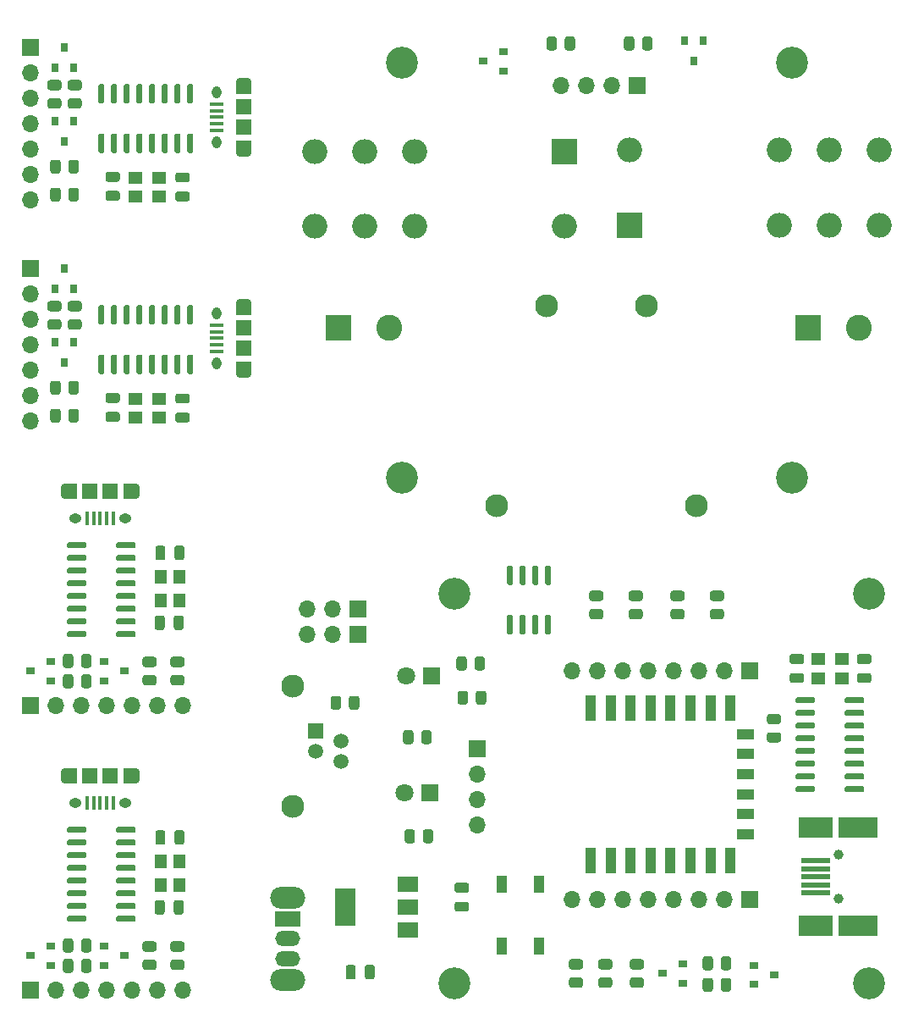
<source format=gbr>
%TF.GenerationSoftware,KiCad,Pcbnew,(5.1.7)-1*%
%TF.CreationDate,2021-02-24T10:57:43+01:00*%
%TF.ProjectId,Temperature-controller-with-ESP8266,54656d70-6572-4617-9475-72652d636f6e,rev?*%
%TF.SameCoordinates,Original*%
%TF.FileFunction,Soldermask,Top*%
%TF.FilePolarity,Negative*%
%FSLAX46Y46*%
G04 Gerber Fmt 4.6, Leading zero omitted, Abs format (unit mm)*
G04 Created by KiCad (PCBNEW (5.1.7)-1) date 2021-02-24 10:57:43*
%MOMM*%
%LPD*%
G01*
G04 APERTURE LIST*
%ADD10O,1.700000X1.700000*%
%ADD11R,1.700000X1.700000*%
%ADD12R,1.200000X1.400000*%
%ADD13R,0.900000X0.800000*%
%ADD14O,0.890000X1.550000*%
%ADD15R,1.200000X1.550000*%
%ADD16R,1.500000X1.550000*%
%ADD17O,1.250000X0.950000*%
%ADD18R,0.400000X1.350000*%
%ADD19R,1.400000X1.200000*%
%ADD20R,0.800000X0.900000*%
%ADD21O,1.550000X0.890000*%
%ADD22R,1.550000X1.200000*%
%ADD23R,1.550000X1.500000*%
%ADD24O,0.950000X1.250000*%
%ADD25R,1.350000X0.400000*%
%ADD26R,1.100000X1.800000*%
%ADD27C,2.300000*%
%ADD28R,1.500000X1.500000*%
%ADD29C,1.500000*%
%ADD30R,2.500000X2.500000*%
%ADD31O,2.500000X2.500000*%
%ADD32R,1.000000X2.500000*%
%ADD33R,1.800000X1.000000*%
%ADD34R,2.000000X1.500000*%
%ADD35R,2.000000X3.800000*%
%ADD36C,1.000000*%
%ADD37R,4.000000X2.050000*%
%ADD38R,3.500000X2.050000*%
%ADD39R,3.000000X0.500000*%
%ADD40C,1.800000*%
%ADD41R,1.800000X1.800000*%
%ADD42O,3.500000X2.200000*%
%ADD43O,2.500000X1.500000*%
%ADD44R,2.500000X1.500000*%
%ADD45C,3.200000*%
%ADD46C,2.600000*%
%ADD47R,2.600000X2.600000*%
G04 APERTURE END LIST*
D10*
%TO.C,J12*%
X111252000Y-138303000D03*
X108712000Y-138303000D03*
X106172000Y-138303000D03*
X103632000Y-138303000D03*
X101092000Y-138303000D03*
X98552000Y-138303000D03*
D11*
X96012000Y-138303000D03*
%TD*%
D12*
%TO.C,Y2*%
X110932000Y-125419000D03*
X110932000Y-127819000D03*
X109032000Y-127819000D03*
X109032000Y-125419000D03*
%TD*%
%TO.C,R21*%
G36*
G01*
X99286000Y-136340001D02*
X99286000Y-135439999D01*
G75*
G02*
X99535999Y-135190000I249999J0D01*
G01*
X100061001Y-135190000D01*
G75*
G02*
X100311000Y-135439999I0J-249999D01*
G01*
X100311000Y-136340001D01*
G75*
G02*
X100061001Y-136590000I-249999J0D01*
G01*
X99535999Y-136590000D01*
G75*
G02*
X99286000Y-136340001I0J249999D01*
G01*
G37*
G36*
G01*
X101111000Y-136340001D02*
X101111000Y-135439999D01*
G75*
G02*
X101360999Y-135190000I249999J0D01*
G01*
X101886001Y-135190000D01*
G75*
G02*
X102136000Y-135439999I0J-249999D01*
G01*
X102136000Y-136340001D01*
G75*
G02*
X101886001Y-136590000I-249999J0D01*
G01*
X101360999Y-136590000D01*
G75*
G02*
X101111000Y-136340001I0J249999D01*
G01*
G37*
%TD*%
%TO.C,R19*%
G36*
G01*
X107499999Y-133449000D02*
X108400001Y-133449000D01*
G75*
G02*
X108650000Y-133698999I0J-249999D01*
G01*
X108650000Y-134224001D01*
G75*
G02*
X108400001Y-134474000I-249999J0D01*
G01*
X107499999Y-134474000D01*
G75*
G02*
X107250000Y-134224001I0J249999D01*
G01*
X107250000Y-133698999D01*
G75*
G02*
X107499999Y-133449000I249999J0D01*
G01*
G37*
G36*
G01*
X107499999Y-135274000D02*
X108400001Y-135274000D01*
G75*
G02*
X108650000Y-135523999I0J-249999D01*
G01*
X108650000Y-136049001D01*
G75*
G02*
X108400001Y-136299000I-249999J0D01*
G01*
X107499999Y-136299000D01*
G75*
G02*
X107250000Y-136049001I0J249999D01*
G01*
X107250000Y-135523999D01*
G75*
G02*
X107499999Y-135274000I249999J0D01*
G01*
G37*
%TD*%
%TO.C,R18*%
G36*
G01*
X111194001Y-134474000D02*
X110293999Y-134474000D01*
G75*
G02*
X110044000Y-134224001I0J249999D01*
G01*
X110044000Y-133698999D01*
G75*
G02*
X110293999Y-133449000I249999J0D01*
G01*
X111194001Y-133449000D01*
G75*
G02*
X111444000Y-133698999I0J-249999D01*
G01*
X111444000Y-134224001D01*
G75*
G02*
X111194001Y-134474000I-249999J0D01*
G01*
G37*
G36*
G01*
X111194001Y-136299000D02*
X110293999Y-136299000D01*
G75*
G02*
X110044000Y-136049001I0J249999D01*
G01*
X110044000Y-135523999D01*
G75*
G02*
X110293999Y-135274000I249999J0D01*
G01*
X111194001Y-135274000D01*
G75*
G02*
X111444000Y-135523999I0J-249999D01*
G01*
X111444000Y-136049001D01*
G75*
G02*
X111194001Y-136299000I-249999J0D01*
G01*
G37*
%TD*%
D13*
%TO.C,Q6*%
X96028000Y-134874000D03*
X98028000Y-133924000D03*
X98028000Y-135824000D03*
%TD*%
%TO.C,C5*%
G36*
G01*
X108532000Y-123538000D02*
X108532000Y-122588000D01*
G75*
G02*
X108782000Y-122338000I250000J0D01*
G01*
X109282000Y-122338000D01*
G75*
G02*
X109532000Y-122588000I0J-250000D01*
G01*
X109532000Y-123538000D01*
G75*
G02*
X109282000Y-123788000I-250000J0D01*
G01*
X108782000Y-123788000D01*
G75*
G02*
X108532000Y-123538000I0J250000D01*
G01*
G37*
G36*
G01*
X110432000Y-123538000D02*
X110432000Y-122588000D01*
G75*
G02*
X110682000Y-122338000I250000J0D01*
G01*
X111182000Y-122338000D01*
G75*
G02*
X111432000Y-122588000I0J-250000D01*
G01*
X111432000Y-123538000D01*
G75*
G02*
X111182000Y-123788000I-250000J0D01*
G01*
X110682000Y-123788000D01*
G75*
G02*
X110432000Y-123538000I0J250000D01*
G01*
G37*
%TD*%
D14*
%TO.C,J11*%
X99497000Y-116937000D03*
X106497000Y-116937000D03*
D15*
X100097000Y-116937000D03*
X105897000Y-116937000D03*
D16*
X101997000Y-116937000D03*
X103997000Y-116937000D03*
D17*
X100497000Y-119637000D03*
X105497000Y-119637000D03*
D18*
X101697000Y-119637000D03*
X102347000Y-119637000D03*
X102997000Y-119637000D03*
X103647000Y-119637000D03*
X104297000Y-119637000D03*
%TD*%
%TO.C,C6*%
G36*
G01*
X109466000Y-129573000D02*
X109466000Y-130523000D01*
G75*
G02*
X109216000Y-130773000I-250000J0D01*
G01*
X108716000Y-130773000D01*
G75*
G02*
X108466000Y-130523000I0J250000D01*
G01*
X108466000Y-129573000D01*
G75*
G02*
X108716000Y-129323000I250000J0D01*
G01*
X109216000Y-129323000D01*
G75*
G02*
X109466000Y-129573000I0J-250000D01*
G01*
G37*
G36*
G01*
X111366000Y-129573000D02*
X111366000Y-130523000D01*
G75*
G02*
X111116000Y-130773000I-250000J0D01*
G01*
X110616000Y-130773000D01*
G75*
G02*
X110366000Y-130523000I0J250000D01*
G01*
X110366000Y-129573000D01*
G75*
G02*
X110616000Y-129323000I250000J0D01*
G01*
X111116000Y-129323000D01*
G75*
G02*
X111366000Y-129573000I0J-250000D01*
G01*
G37*
%TD*%
D13*
%TO.C,Q5*%
X103394000Y-133924000D03*
X103394000Y-135824000D03*
X105394000Y-134874000D03*
%TD*%
%TO.C,U7*%
G36*
G01*
X101624000Y-131041000D02*
X101624000Y-131341000D01*
G75*
G02*
X101474000Y-131491000I-150000J0D01*
G01*
X99824000Y-131491000D01*
G75*
G02*
X99674000Y-131341000I0J150000D01*
G01*
X99674000Y-131041000D01*
G75*
G02*
X99824000Y-130891000I150000J0D01*
G01*
X101474000Y-130891000D01*
G75*
G02*
X101624000Y-131041000I0J-150000D01*
G01*
G37*
G36*
G01*
X101624000Y-129771000D02*
X101624000Y-130071000D01*
G75*
G02*
X101474000Y-130221000I-150000J0D01*
G01*
X99824000Y-130221000D01*
G75*
G02*
X99674000Y-130071000I0J150000D01*
G01*
X99674000Y-129771000D01*
G75*
G02*
X99824000Y-129621000I150000J0D01*
G01*
X101474000Y-129621000D01*
G75*
G02*
X101624000Y-129771000I0J-150000D01*
G01*
G37*
G36*
G01*
X101624000Y-128501000D02*
X101624000Y-128801000D01*
G75*
G02*
X101474000Y-128951000I-150000J0D01*
G01*
X99824000Y-128951000D01*
G75*
G02*
X99674000Y-128801000I0J150000D01*
G01*
X99674000Y-128501000D01*
G75*
G02*
X99824000Y-128351000I150000J0D01*
G01*
X101474000Y-128351000D01*
G75*
G02*
X101624000Y-128501000I0J-150000D01*
G01*
G37*
G36*
G01*
X101624000Y-127231000D02*
X101624000Y-127531000D01*
G75*
G02*
X101474000Y-127681000I-150000J0D01*
G01*
X99824000Y-127681000D01*
G75*
G02*
X99674000Y-127531000I0J150000D01*
G01*
X99674000Y-127231000D01*
G75*
G02*
X99824000Y-127081000I150000J0D01*
G01*
X101474000Y-127081000D01*
G75*
G02*
X101624000Y-127231000I0J-150000D01*
G01*
G37*
G36*
G01*
X101624000Y-125961000D02*
X101624000Y-126261000D01*
G75*
G02*
X101474000Y-126411000I-150000J0D01*
G01*
X99824000Y-126411000D01*
G75*
G02*
X99674000Y-126261000I0J150000D01*
G01*
X99674000Y-125961000D01*
G75*
G02*
X99824000Y-125811000I150000J0D01*
G01*
X101474000Y-125811000D01*
G75*
G02*
X101624000Y-125961000I0J-150000D01*
G01*
G37*
G36*
G01*
X101624000Y-124691000D02*
X101624000Y-124991000D01*
G75*
G02*
X101474000Y-125141000I-150000J0D01*
G01*
X99824000Y-125141000D01*
G75*
G02*
X99674000Y-124991000I0J150000D01*
G01*
X99674000Y-124691000D01*
G75*
G02*
X99824000Y-124541000I150000J0D01*
G01*
X101474000Y-124541000D01*
G75*
G02*
X101624000Y-124691000I0J-150000D01*
G01*
G37*
G36*
G01*
X101624000Y-123421000D02*
X101624000Y-123721000D01*
G75*
G02*
X101474000Y-123871000I-150000J0D01*
G01*
X99824000Y-123871000D01*
G75*
G02*
X99674000Y-123721000I0J150000D01*
G01*
X99674000Y-123421000D01*
G75*
G02*
X99824000Y-123271000I150000J0D01*
G01*
X101474000Y-123271000D01*
G75*
G02*
X101624000Y-123421000I0J-150000D01*
G01*
G37*
G36*
G01*
X101624000Y-122151000D02*
X101624000Y-122451000D01*
G75*
G02*
X101474000Y-122601000I-150000J0D01*
G01*
X99824000Y-122601000D01*
G75*
G02*
X99674000Y-122451000I0J150000D01*
G01*
X99674000Y-122151000D01*
G75*
G02*
X99824000Y-122001000I150000J0D01*
G01*
X101474000Y-122001000D01*
G75*
G02*
X101624000Y-122151000I0J-150000D01*
G01*
G37*
G36*
G01*
X106574000Y-122151000D02*
X106574000Y-122451000D01*
G75*
G02*
X106424000Y-122601000I-150000J0D01*
G01*
X104774000Y-122601000D01*
G75*
G02*
X104624000Y-122451000I0J150000D01*
G01*
X104624000Y-122151000D01*
G75*
G02*
X104774000Y-122001000I150000J0D01*
G01*
X106424000Y-122001000D01*
G75*
G02*
X106574000Y-122151000I0J-150000D01*
G01*
G37*
G36*
G01*
X106574000Y-123421000D02*
X106574000Y-123721000D01*
G75*
G02*
X106424000Y-123871000I-150000J0D01*
G01*
X104774000Y-123871000D01*
G75*
G02*
X104624000Y-123721000I0J150000D01*
G01*
X104624000Y-123421000D01*
G75*
G02*
X104774000Y-123271000I150000J0D01*
G01*
X106424000Y-123271000D01*
G75*
G02*
X106574000Y-123421000I0J-150000D01*
G01*
G37*
G36*
G01*
X106574000Y-124691000D02*
X106574000Y-124991000D01*
G75*
G02*
X106424000Y-125141000I-150000J0D01*
G01*
X104774000Y-125141000D01*
G75*
G02*
X104624000Y-124991000I0J150000D01*
G01*
X104624000Y-124691000D01*
G75*
G02*
X104774000Y-124541000I150000J0D01*
G01*
X106424000Y-124541000D01*
G75*
G02*
X106574000Y-124691000I0J-150000D01*
G01*
G37*
G36*
G01*
X106574000Y-125961000D02*
X106574000Y-126261000D01*
G75*
G02*
X106424000Y-126411000I-150000J0D01*
G01*
X104774000Y-126411000D01*
G75*
G02*
X104624000Y-126261000I0J150000D01*
G01*
X104624000Y-125961000D01*
G75*
G02*
X104774000Y-125811000I150000J0D01*
G01*
X106424000Y-125811000D01*
G75*
G02*
X106574000Y-125961000I0J-150000D01*
G01*
G37*
G36*
G01*
X106574000Y-127231000D02*
X106574000Y-127531000D01*
G75*
G02*
X106424000Y-127681000I-150000J0D01*
G01*
X104774000Y-127681000D01*
G75*
G02*
X104624000Y-127531000I0J150000D01*
G01*
X104624000Y-127231000D01*
G75*
G02*
X104774000Y-127081000I150000J0D01*
G01*
X106424000Y-127081000D01*
G75*
G02*
X106574000Y-127231000I0J-150000D01*
G01*
G37*
G36*
G01*
X106574000Y-128501000D02*
X106574000Y-128801000D01*
G75*
G02*
X106424000Y-128951000I-150000J0D01*
G01*
X104774000Y-128951000D01*
G75*
G02*
X104624000Y-128801000I0J150000D01*
G01*
X104624000Y-128501000D01*
G75*
G02*
X104774000Y-128351000I150000J0D01*
G01*
X106424000Y-128351000D01*
G75*
G02*
X106574000Y-128501000I0J-150000D01*
G01*
G37*
G36*
G01*
X106574000Y-129771000D02*
X106574000Y-130071000D01*
G75*
G02*
X106424000Y-130221000I-150000J0D01*
G01*
X104774000Y-130221000D01*
G75*
G02*
X104624000Y-130071000I0J150000D01*
G01*
X104624000Y-129771000D01*
G75*
G02*
X104774000Y-129621000I150000J0D01*
G01*
X106424000Y-129621000D01*
G75*
G02*
X106574000Y-129771000I0J-150000D01*
G01*
G37*
G36*
G01*
X106574000Y-131041000D02*
X106574000Y-131341000D01*
G75*
G02*
X106424000Y-131491000I-150000J0D01*
G01*
X104774000Y-131491000D01*
G75*
G02*
X104624000Y-131341000I0J150000D01*
G01*
X104624000Y-131041000D01*
G75*
G02*
X104774000Y-130891000I150000J0D01*
G01*
X106424000Y-130891000D01*
G75*
G02*
X106574000Y-131041000I0J-150000D01*
G01*
G37*
%TD*%
%TO.C,R20*%
G36*
G01*
X100311000Y-133407999D02*
X100311000Y-134308001D01*
G75*
G02*
X100061001Y-134558000I-249999J0D01*
G01*
X99535999Y-134558000D01*
G75*
G02*
X99286000Y-134308001I0J249999D01*
G01*
X99286000Y-133407999D01*
G75*
G02*
X99535999Y-133158000I249999J0D01*
G01*
X100061001Y-133158000D01*
G75*
G02*
X100311000Y-133407999I0J-249999D01*
G01*
G37*
G36*
G01*
X102136000Y-133407999D02*
X102136000Y-134308001D01*
G75*
G02*
X101886001Y-134558000I-249999J0D01*
G01*
X101360999Y-134558000D01*
G75*
G02*
X101111000Y-134308001I0J249999D01*
G01*
X101111000Y-133407999D01*
G75*
G02*
X101360999Y-133158000I249999J0D01*
G01*
X101886001Y-133158000D01*
G75*
G02*
X102136000Y-133407999I0J-249999D01*
G01*
G37*
%TD*%
D10*
%TO.C,J12*%
X111252000Y-109855000D03*
X108712000Y-109855000D03*
X106172000Y-109855000D03*
X103632000Y-109855000D03*
X101092000Y-109855000D03*
X98552000Y-109855000D03*
D11*
X96012000Y-109855000D03*
%TD*%
D12*
%TO.C,Y2*%
X110932000Y-96971000D03*
X110932000Y-99371000D03*
X109032000Y-99371000D03*
X109032000Y-96971000D03*
%TD*%
%TO.C,R21*%
G36*
G01*
X99286000Y-107892001D02*
X99286000Y-106991999D01*
G75*
G02*
X99535999Y-106742000I249999J0D01*
G01*
X100061001Y-106742000D01*
G75*
G02*
X100311000Y-106991999I0J-249999D01*
G01*
X100311000Y-107892001D01*
G75*
G02*
X100061001Y-108142000I-249999J0D01*
G01*
X99535999Y-108142000D01*
G75*
G02*
X99286000Y-107892001I0J249999D01*
G01*
G37*
G36*
G01*
X101111000Y-107892001D02*
X101111000Y-106991999D01*
G75*
G02*
X101360999Y-106742000I249999J0D01*
G01*
X101886001Y-106742000D01*
G75*
G02*
X102136000Y-106991999I0J-249999D01*
G01*
X102136000Y-107892001D01*
G75*
G02*
X101886001Y-108142000I-249999J0D01*
G01*
X101360999Y-108142000D01*
G75*
G02*
X101111000Y-107892001I0J249999D01*
G01*
G37*
%TD*%
%TO.C,R19*%
G36*
G01*
X107499999Y-105001000D02*
X108400001Y-105001000D01*
G75*
G02*
X108650000Y-105250999I0J-249999D01*
G01*
X108650000Y-105776001D01*
G75*
G02*
X108400001Y-106026000I-249999J0D01*
G01*
X107499999Y-106026000D01*
G75*
G02*
X107250000Y-105776001I0J249999D01*
G01*
X107250000Y-105250999D01*
G75*
G02*
X107499999Y-105001000I249999J0D01*
G01*
G37*
G36*
G01*
X107499999Y-106826000D02*
X108400001Y-106826000D01*
G75*
G02*
X108650000Y-107075999I0J-249999D01*
G01*
X108650000Y-107601001D01*
G75*
G02*
X108400001Y-107851000I-249999J0D01*
G01*
X107499999Y-107851000D01*
G75*
G02*
X107250000Y-107601001I0J249999D01*
G01*
X107250000Y-107075999D01*
G75*
G02*
X107499999Y-106826000I249999J0D01*
G01*
G37*
%TD*%
%TO.C,R18*%
G36*
G01*
X111194001Y-106026000D02*
X110293999Y-106026000D01*
G75*
G02*
X110044000Y-105776001I0J249999D01*
G01*
X110044000Y-105250999D01*
G75*
G02*
X110293999Y-105001000I249999J0D01*
G01*
X111194001Y-105001000D01*
G75*
G02*
X111444000Y-105250999I0J-249999D01*
G01*
X111444000Y-105776001D01*
G75*
G02*
X111194001Y-106026000I-249999J0D01*
G01*
G37*
G36*
G01*
X111194001Y-107851000D02*
X110293999Y-107851000D01*
G75*
G02*
X110044000Y-107601001I0J249999D01*
G01*
X110044000Y-107075999D01*
G75*
G02*
X110293999Y-106826000I249999J0D01*
G01*
X111194001Y-106826000D01*
G75*
G02*
X111444000Y-107075999I0J-249999D01*
G01*
X111444000Y-107601001D01*
G75*
G02*
X111194001Y-107851000I-249999J0D01*
G01*
G37*
%TD*%
D13*
%TO.C,Q6*%
X96028000Y-106426000D03*
X98028000Y-105476000D03*
X98028000Y-107376000D03*
%TD*%
%TO.C,C5*%
G36*
G01*
X108532000Y-95090000D02*
X108532000Y-94140000D01*
G75*
G02*
X108782000Y-93890000I250000J0D01*
G01*
X109282000Y-93890000D01*
G75*
G02*
X109532000Y-94140000I0J-250000D01*
G01*
X109532000Y-95090000D01*
G75*
G02*
X109282000Y-95340000I-250000J0D01*
G01*
X108782000Y-95340000D01*
G75*
G02*
X108532000Y-95090000I0J250000D01*
G01*
G37*
G36*
G01*
X110432000Y-95090000D02*
X110432000Y-94140000D01*
G75*
G02*
X110682000Y-93890000I250000J0D01*
G01*
X111182000Y-93890000D01*
G75*
G02*
X111432000Y-94140000I0J-250000D01*
G01*
X111432000Y-95090000D01*
G75*
G02*
X111182000Y-95340000I-250000J0D01*
G01*
X110682000Y-95340000D01*
G75*
G02*
X110432000Y-95090000I0J250000D01*
G01*
G37*
%TD*%
D14*
%TO.C,J11*%
X99497000Y-88489000D03*
X106497000Y-88489000D03*
D15*
X100097000Y-88489000D03*
X105897000Y-88489000D03*
D16*
X101997000Y-88489000D03*
X103997000Y-88489000D03*
D17*
X100497000Y-91189000D03*
X105497000Y-91189000D03*
D18*
X101697000Y-91189000D03*
X102347000Y-91189000D03*
X102997000Y-91189000D03*
X103647000Y-91189000D03*
X104297000Y-91189000D03*
%TD*%
%TO.C,C6*%
G36*
G01*
X109466000Y-101125000D02*
X109466000Y-102075000D01*
G75*
G02*
X109216000Y-102325000I-250000J0D01*
G01*
X108716000Y-102325000D01*
G75*
G02*
X108466000Y-102075000I0J250000D01*
G01*
X108466000Y-101125000D01*
G75*
G02*
X108716000Y-100875000I250000J0D01*
G01*
X109216000Y-100875000D01*
G75*
G02*
X109466000Y-101125000I0J-250000D01*
G01*
G37*
G36*
G01*
X111366000Y-101125000D02*
X111366000Y-102075000D01*
G75*
G02*
X111116000Y-102325000I-250000J0D01*
G01*
X110616000Y-102325000D01*
G75*
G02*
X110366000Y-102075000I0J250000D01*
G01*
X110366000Y-101125000D01*
G75*
G02*
X110616000Y-100875000I250000J0D01*
G01*
X111116000Y-100875000D01*
G75*
G02*
X111366000Y-101125000I0J-250000D01*
G01*
G37*
%TD*%
D13*
%TO.C,Q5*%
X103394000Y-105476000D03*
X103394000Y-107376000D03*
X105394000Y-106426000D03*
%TD*%
%TO.C,U7*%
G36*
G01*
X101624000Y-102593000D02*
X101624000Y-102893000D01*
G75*
G02*
X101474000Y-103043000I-150000J0D01*
G01*
X99824000Y-103043000D01*
G75*
G02*
X99674000Y-102893000I0J150000D01*
G01*
X99674000Y-102593000D01*
G75*
G02*
X99824000Y-102443000I150000J0D01*
G01*
X101474000Y-102443000D01*
G75*
G02*
X101624000Y-102593000I0J-150000D01*
G01*
G37*
G36*
G01*
X101624000Y-101323000D02*
X101624000Y-101623000D01*
G75*
G02*
X101474000Y-101773000I-150000J0D01*
G01*
X99824000Y-101773000D01*
G75*
G02*
X99674000Y-101623000I0J150000D01*
G01*
X99674000Y-101323000D01*
G75*
G02*
X99824000Y-101173000I150000J0D01*
G01*
X101474000Y-101173000D01*
G75*
G02*
X101624000Y-101323000I0J-150000D01*
G01*
G37*
G36*
G01*
X101624000Y-100053000D02*
X101624000Y-100353000D01*
G75*
G02*
X101474000Y-100503000I-150000J0D01*
G01*
X99824000Y-100503000D01*
G75*
G02*
X99674000Y-100353000I0J150000D01*
G01*
X99674000Y-100053000D01*
G75*
G02*
X99824000Y-99903000I150000J0D01*
G01*
X101474000Y-99903000D01*
G75*
G02*
X101624000Y-100053000I0J-150000D01*
G01*
G37*
G36*
G01*
X101624000Y-98783000D02*
X101624000Y-99083000D01*
G75*
G02*
X101474000Y-99233000I-150000J0D01*
G01*
X99824000Y-99233000D01*
G75*
G02*
X99674000Y-99083000I0J150000D01*
G01*
X99674000Y-98783000D01*
G75*
G02*
X99824000Y-98633000I150000J0D01*
G01*
X101474000Y-98633000D01*
G75*
G02*
X101624000Y-98783000I0J-150000D01*
G01*
G37*
G36*
G01*
X101624000Y-97513000D02*
X101624000Y-97813000D01*
G75*
G02*
X101474000Y-97963000I-150000J0D01*
G01*
X99824000Y-97963000D01*
G75*
G02*
X99674000Y-97813000I0J150000D01*
G01*
X99674000Y-97513000D01*
G75*
G02*
X99824000Y-97363000I150000J0D01*
G01*
X101474000Y-97363000D01*
G75*
G02*
X101624000Y-97513000I0J-150000D01*
G01*
G37*
G36*
G01*
X101624000Y-96243000D02*
X101624000Y-96543000D01*
G75*
G02*
X101474000Y-96693000I-150000J0D01*
G01*
X99824000Y-96693000D01*
G75*
G02*
X99674000Y-96543000I0J150000D01*
G01*
X99674000Y-96243000D01*
G75*
G02*
X99824000Y-96093000I150000J0D01*
G01*
X101474000Y-96093000D01*
G75*
G02*
X101624000Y-96243000I0J-150000D01*
G01*
G37*
G36*
G01*
X101624000Y-94973000D02*
X101624000Y-95273000D01*
G75*
G02*
X101474000Y-95423000I-150000J0D01*
G01*
X99824000Y-95423000D01*
G75*
G02*
X99674000Y-95273000I0J150000D01*
G01*
X99674000Y-94973000D01*
G75*
G02*
X99824000Y-94823000I150000J0D01*
G01*
X101474000Y-94823000D01*
G75*
G02*
X101624000Y-94973000I0J-150000D01*
G01*
G37*
G36*
G01*
X101624000Y-93703000D02*
X101624000Y-94003000D01*
G75*
G02*
X101474000Y-94153000I-150000J0D01*
G01*
X99824000Y-94153000D01*
G75*
G02*
X99674000Y-94003000I0J150000D01*
G01*
X99674000Y-93703000D01*
G75*
G02*
X99824000Y-93553000I150000J0D01*
G01*
X101474000Y-93553000D01*
G75*
G02*
X101624000Y-93703000I0J-150000D01*
G01*
G37*
G36*
G01*
X106574000Y-93703000D02*
X106574000Y-94003000D01*
G75*
G02*
X106424000Y-94153000I-150000J0D01*
G01*
X104774000Y-94153000D01*
G75*
G02*
X104624000Y-94003000I0J150000D01*
G01*
X104624000Y-93703000D01*
G75*
G02*
X104774000Y-93553000I150000J0D01*
G01*
X106424000Y-93553000D01*
G75*
G02*
X106574000Y-93703000I0J-150000D01*
G01*
G37*
G36*
G01*
X106574000Y-94973000D02*
X106574000Y-95273000D01*
G75*
G02*
X106424000Y-95423000I-150000J0D01*
G01*
X104774000Y-95423000D01*
G75*
G02*
X104624000Y-95273000I0J150000D01*
G01*
X104624000Y-94973000D01*
G75*
G02*
X104774000Y-94823000I150000J0D01*
G01*
X106424000Y-94823000D01*
G75*
G02*
X106574000Y-94973000I0J-150000D01*
G01*
G37*
G36*
G01*
X106574000Y-96243000D02*
X106574000Y-96543000D01*
G75*
G02*
X106424000Y-96693000I-150000J0D01*
G01*
X104774000Y-96693000D01*
G75*
G02*
X104624000Y-96543000I0J150000D01*
G01*
X104624000Y-96243000D01*
G75*
G02*
X104774000Y-96093000I150000J0D01*
G01*
X106424000Y-96093000D01*
G75*
G02*
X106574000Y-96243000I0J-150000D01*
G01*
G37*
G36*
G01*
X106574000Y-97513000D02*
X106574000Y-97813000D01*
G75*
G02*
X106424000Y-97963000I-150000J0D01*
G01*
X104774000Y-97963000D01*
G75*
G02*
X104624000Y-97813000I0J150000D01*
G01*
X104624000Y-97513000D01*
G75*
G02*
X104774000Y-97363000I150000J0D01*
G01*
X106424000Y-97363000D01*
G75*
G02*
X106574000Y-97513000I0J-150000D01*
G01*
G37*
G36*
G01*
X106574000Y-98783000D02*
X106574000Y-99083000D01*
G75*
G02*
X106424000Y-99233000I-150000J0D01*
G01*
X104774000Y-99233000D01*
G75*
G02*
X104624000Y-99083000I0J150000D01*
G01*
X104624000Y-98783000D01*
G75*
G02*
X104774000Y-98633000I150000J0D01*
G01*
X106424000Y-98633000D01*
G75*
G02*
X106574000Y-98783000I0J-150000D01*
G01*
G37*
G36*
G01*
X106574000Y-100053000D02*
X106574000Y-100353000D01*
G75*
G02*
X106424000Y-100503000I-150000J0D01*
G01*
X104774000Y-100503000D01*
G75*
G02*
X104624000Y-100353000I0J150000D01*
G01*
X104624000Y-100053000D01*
G75*
G02*
X104774000Y-99903000I150000J0D01*
G01*
X106424000Y-99903000D01*
G75*
G02*
X106574000Y-100053000I0J-150000D01*
G01*
G37*
G36*
G01*
X106574000Y-101323000D02*
X106574000Y-101623000D01*
G75*
G02*
X106424000Y-101773000I-150000J0D01*
G01*
X104774000Y-101773000D01*
G75*
G02*
X104624000Y-101623000I0J150000D01*
G01*
X104624000Y-101323000D01*
G75*
G02*
X104774000Y-101173000I150000J0D01*
G01*
X106424000Y-101173000D01*
G75*
G02*
X106574000Y-101323000I0J-150000D01*
G01*
G37*
G36*
G01*
X106574000Y-102593000D02*
X106574000Y-102893000D01*
G75*
G02*
X106424000Y-103043000I-150000J0D01*
G01*
X104774000Y-103043000D01*
G75*
G02*
X104624000Y-102893000I0J150000D01*
G01*
X104624000Y-102593000D01*
G75*
G02*
X104774000Y-102443000I150000J0D01*
G01*
X106424000Y-102443000D01*
G75*
G02*
X106574000Y-102593000I0J-150000D01*
G01*
G37*
%TD*%
%TO.C,R20*%
G36*
G01*
X100311000Y-104959999D02*
X100311000Y-105860001D01*
G75*
G02*
X100061001Y-106110000I-249999J0D01*
G01*
X99535999Y-106110000D01*
G75*
G02*
X99286000Y-105860001I0J249999D01*
G01*
X99286000Y-104959999D01*
G75*
G02*
X99535999Y-104710000I249999J0D01*
G01*
X100061001Y-104710000D01*
G75*
G02*
X100311000Y-104959999I0J-249999D01*
G01*
G37*
G36*
G01*
X102136000Y-104959999D02*
X102136000Y-105860001D01*
G75*
G02*
X101886001Y-106110000I-249999J0D01*
G01*
X101360999Y-106110000D01*
G75*
G02*
X101111000Y-105860001I0J249999D01*
G01*
X101111000Y-104959999D01*
G75*
G02*
X101360999Y-104710000I249999J0D01*
G01*
X101886001Y-104710000D01*
G75*
G02*
X102136000Y-104959999I0J-249999D01*
G01*
G37*
%TD*%
D10*
%TO.C,J12*%
X96012000Y-81407000D03*
X96012000Y-78867000D03*
X96012000Y-76327000D03*
X96012000Y-73787000D03*
X96012000Y-71247000D03*
X96012000Y-68707000D03*
D11*
X96012000Y-66167000D03*
%TD*%
D19*
%TO.C,Y2*%
X108896000Y-81087000D03*
X106496000Y-81087000D03*
X106496000Y-79187000D03*
X108896000Y-79187000D03*
%TD*%
%TO.C,R21*%
G36*
G01*
X97974999Y-69441000D02*
X98875001Y-69441000D01*
G75*
G02*
X99125000Y-69690999I0J-249999D01*
G01*
X99125000Y-70216001D01*
G75*
G02*
X98875001Y-70466000I-249999J0D01*
G01*
X97974999Y-70466000D01*
G75*
G02*
X97725000Y-70216001I0J249999D01*
G01*
X97725000Y-69690999D01*
G75*
G02*
X97974999Y-69441000I249999J0D01*
G01*
G37*
G36*
G01*
X97974999Y-71266000D02*
X98875001Y-71266000D01*
G75*
G02*
X99125000Y-71515999I0J-249999D01*
G01*
X99125000Y-72041001D01*
G75*
G02*
X98875001Y-72291000I-249999J0D01*
G01*
X97974999Y-72291000D01*
G75*
G02*
X97725000Y-72041001I0J249999D01*
G01*
X97725000Y-71515999D01*
G75*
G02*
X97974999Y-71266000I249999J0D01*
G01*
G37*
%TD*%
%TO.C,R19*%
G36*
G01*
X100866000Y-77654999D02*
X100866000Y-78555001D01*
G75*
G02*
X100616001Y-78805000I-249999J0D01*
G01*
X100090999Y-78805000D01*
G75*
G02*
X99841000Y-78555001I0J249999D01*
G01*
X99841000Y-77654999D01*
G75*
G02*
X100090999Y-77405000I249999J0D01*
G01*
X100616001Y-77405000D01*
G75*
G02*
X100866000Y-77654999I0J-249999D01*
G01*
G37*
G36*
G01*
X99041000Y-77654999D02*
X99041000Y-78555001D01*
G75*
G02*
X98791001Y-78805000I-249999J0D01*
G01*
X98265999Y-78805000D01*
G75*
G02*
X98016000Y-78555001I0J249999D01*
G01*
X98016000Y-77654999D01*
G75*
G02*
X98265999Y-77405000I249999J0D01*
G01*
X98791001Y-77405000D01*
G75*
G02*
X99041000Y-77654999I0J-249999D01*
G01*
G37*
%TD*%
%TO.C,R18*%
G36*
G01*
X99841000Y-81349001D02*
X99841000Y-80448999D01*
G75*
G02*
X100090999Y-80199000I249999J0D01*
G01*
X100616001Y-80199000D01*
G75*
G02*
X100866000Y-80448999I0J-249999D01*
G01*
X100866000Y-81349001D01*
G75*
G02*
X100616001Y-81599000I-249999J0D01*
G01*
X100090999Y-81599000D01*
G75*
G02*
X99841000Y-81349001I0J249999D01*
G01*
G37*
G36*
G01*
X98016000Y-81349001D02*
X98016000Y-80448999D01*
G75*
G02*
X98265999Y-80199000I249999J0D01*
G01*
X98791001Y-80199000D01*
G75*
G02*
X99041000Y-80448999I0J-249999D01*
G01*
X99041000Y-81349001D01*
G75*
G02*
X98791001Y-81599000I-249999J0D01*
G01*
X98265999Y-81599000D01*
G75*
G02*
X98016000Y-81349001I0J249999D01*
G01*
G37*
%TD*%
D20*
%TO.C,Q6*%
X99441000Y-66183000D03*
X100391000Y-68183000D03*
X98491000Y-68183000D03*
%TD*%
%TO.C,C5*%
G36*
G01*
X110777000Y-78687000D02*
X111727000Y-78687000D01*
G75*
G02*
X111977000Y-78937000I0J-250000D01*
G01*
X111977000Y-79437000D01*
G75*
G02*
X111727000Y-79687000I-250000J0D01*
G01*
X110777000Y-79687000D01*
G75*
G02*
X110527000Y-79437000I0J250000D01*
G01*
X110527000Y-78937000D01*
G75*
G02*
X110777000Y-78687000I250000J0D01*
G01*
G37*
G36*
G01*
X110777000Y-80587000D02*
X111727000Y-80587000D01*
G75*
G02*
X111977000Y-80837000I0J-250000D01*
G01*
X111977000Y-81337000D01*
G75*
G02*
X111727000Y-81587000I-250000J0D01*
G01*
X110777000Y-81587000D01*
G75*
G02*
X110527000Y-81337000I0J250000D01*
G01*
X110527000Y-80837000D01*
G75*
G02*
X110777000Y-80587000I250000J0D01*
G01*
G37*
%TD*%
D21*
%TO.C,J11*%
X117378000Y-69652000D03*
X117378000Y-76652000D03*
D22*
X117378000Y-70252000D03*
X117378000Y-76052000D03*
D23*
X117378000Y-72152000D03*
X117378000Y-74152000D03*
D24*
X114678000Y-70652000D03*
X114678000Y-75652000D03*
D25*
X114678000Y-71852000D03*
X114678000Y-72502000D03*
X114678000Y-73152000D03*
X114678000Y-73802000D03*
X114678000Y-74452000D03*
%TD*%
%TO.C,C6*%
G36*
G01*
X104742000Y-79621000D02*
X103792000Y-79621000D01*
G75*
G02*
X103542000Y-79371000I0J250000D01*
G01*
X103542000Y-78871000D01*
G75*
G02*
X103792000Y-78621000I250000J0D01*
G01*
X104742000Y-78621000D01*
G75*
G02*
X104992000Y-78871000I0J-250000D01*
G01*
X104992000Y-79371000D01*
G75*
G02*
X104742000Y-79621000I-250000J0D01*
G01*
G37*
G36*
G01*
X104742000Y-81521000D02*
X103792000Y-81521000D01*
G75*
G02*
X103542000Y-81271000I0J250000D01*
G01*
X103542000Y-80771000D01*
G75*
G02*
X103792000Y-80521000I250000J0D01*
G01*
X104742000Y-80521000D01*
G75*
G02*
X104992000Y-80771000I0J-250000D01*
G01*
X104992000Y-81271000D01*
G75*
G02*
X104742000Y-81521000I-250000J0D01*
G01*
G37*
%TD*%
D20*
%TO.C,Q5*%
X100391000Y-73549000D03*
X98491000Y-73549000D03*
X99441000Y-75549000D03*
%TD*%
%TO.C,U7*%
G36*
G01*
X103274000Y-71779000D02*
X102974000Y-71779000D01*
G75*
G02*
X102824000Y-71629000I0J150000D01*
G01*
X102824000Y-69979000D01*
G75*
G02*
X102974000Y-69829000I150000J0D01*
G01*
X103274000Y-69829000D01*
G75*
G02*
X103424000Y-69979000I0J-150000D01*
G01*
X103424000Y-71629000D01*
G75*
G02*
X103274000Y-71779000I-150000J0D01*
G01*
G37*
G36*
G01*
X104544000Y-71779000D02*
X104244000Y-71779000D01*
G75*
G02*
X104094000Y-71629000I0J150000D01*
G01*
X104094000Y-69979000D01*
G75*
G02*
X104244000Y-69829000I150000J0D01*
G01*
X104544000Y-69829000D01*
G75*
G02*
X104694000Y-69979000I0J-150000D01*
G01*
X104694000Y-71629000D01*
G75*
G02*
X104544000Y-71779000I-150000J0D01*
G01*
G37*
G36*
G01*
X105814000Y-71779000D02*
X105514000Y-71779000D01*
G75*
G02*
X105364000Y-71629000I0J150000D01*
G01*
X105364000Y-69979000D01*
G75*
G02*
X105514000Y-69829000I150000J0D01*
G01*
X105814000Y-69829000D01*
G75*
G02*
X105964000Y-69979000I0J-150000D01*
G01*
X105964000Y-71629000D01*
G75*
G02*
X105814000Y-71779000I-150000J0D01*
G01*
G37*
G36*
G01*
X107084000Y-71779000D02*
X106784000Y-71779000D01*
G75*
G02*
X106634000Y-71629000I0J150000D01*
G01*
X106634000Y-69979000D01*
G75*
G02*
X106784000Y-69829000I150000J0D01*
G01*
X107084000Y-69829000D01*
G75*
G02*
X107234000Y-69979000I0J-150000D01*
G01*
X107234000Y-71629000D01*
G75*
G02*
X107084000Y-71779000I-150000J0D01*
G01*
G37*
G36*
G01*
X108354000Y-71779000D02*
X108054000Y-71779000D01*
G75*
G02*
X107904000Y-71629000I0J150000D01*
G01*
X107904000Y-69979000D01*
G75*
G02*
X108054000Y-69829000I150000J0D01*
G01*
X108354000Y-69829000D01*
G75*
G02*
X108504000Y-69979000I0J-150000D01*
G01*
X108504000Y-71629000D01*
G75*
G02*
X108354000Y-71779000I-150000J0D01*
G01*
G37*
G36*
G01*
X109624000Y-71779000D02*
X109324000Y-71779000D01*
G75*
G02*
X109174000Y-71629000I0J150000D01*
G01*
X109174000Y-69979000D01*
G75*
G02*
X109324000Y-69829000I150000J0D01*
G01*
X109624000Y-69829000D01*
G75*
G02*
X109774000Y-69979000I0J-150000D01*
G01*
X109774000Y-71629000D01*
G75*
G02*
X109624000Y-71779000I-150000J0D01*
G01*
G37*
G36*
G01*
X110894000Y-71779000D02*
X110594000Y-71779000D01*
G75*
G02*
X110444000Y-71629000I0J150000D01*
G01*
X110444000Y-69979000D01*
G75*
G02*
X110594000Y-69829000I150000J0D01*
G01*
X110894000Y-69829000D01*
G75*
G02*
X111044000Y-69979000I0J-150000D01*
G01*
X111044000Y-71629000D01*
G75*
G02*
X110894000Y-71779000I-150000J0D01*
G01*
G37*
G36*
G01*
X112164000Y-71779000D02*
X111864000Y-71779000D01*
G75*
G02*
X111714000Y-71629000I0J150000D01*
G01*
X111714000Y-69979000D01*
G75*
G02*
X111864000Y-69829000I150000J0D01*
G01*
X112164000Y-69829000D01*
G75*
G02*
X112314000Y-69979000I0J-150000D01*
G01*
X112314000Y-71629000D01*
G75*
G02*
X112164000Y-71779000I-150000J0D01*
G01*
G37*
G36*
G01*
X112164000Y-76729000D02*
X111864000Y-76729000D01*
G75*
G02*
X111714000Y-76579000I0J150000D01*
G01*
X111714000Y-74929000D01*
G75*
G02*
X111864000Y-74779000I150000J0D01*
G01*
X112164000Y-74779000D01*
G75*
G02*
X112314000Y-74929000I0J-150000D01*
G01*
X112314000Y-76579000D01*
G75*
G02*
X112164000Y-76729000I-150000J0D01*
G01*
G37*
G36*
G01*
X110894000Y-76729000D02*
X110594000Y-76729000D01*
G75*
G02*
X110444000Y-76579000I0J150000D01*
G01*
X110444000Y-74929000D01*
G75*
G02*
X110594000Y-74779000I150000J0D01*
G01*
X110894000Y-74779000D01*
G75*
G02*
X111044000Y-74929000I0J-150000D01*
G01*
X111044000Y-76579000D01*
G75*
G02*
X110894000Y-76729000I-150000J0D01*
G01*
G37*
G36*
G01*
X109624000Y-76729000D02*
X109324000Y-76729000D01*
G75*
G02*
X109174000Y-76579000I0J150000D01*
G01*
X109174000Y-74929000D01*
G75*
G02*
X109324000Y-74779000I150000J0D01*
G01*
X109624000Y-74779000D01*
G75*
G02*
X109774000Y-74929000I0J-150000D01*
G01*
X109774000Y-76579000D01*
G75*
G02*
X109624000Y-76729000I-150000J0D01*
G01*
G37*
G36*
G01*
X108354000Y-76729000D02*
X108054000Y-76729000D01*
G75*
G02*
X107904000Y-76579000I0J150000D01*
G01*
X107904000Y-74929000D01*
G75*
G02*
X108054000Y-74779000I150000J0D01*
G01*
X108354000Y-74779000D01*
G75*
G02*
X108504000Y-74929000I0J-150000D01*
G01*
X108504000Y-76579000D01*
G75*
G02*
X108354000Y-76729000I-150000J0D01*
G01*
G37*
G36*
G01*
X107084000Y-76729000D02*
X106784000Y-76729000D01*
G75*
G02*
X106634000Y-76579000I0J150000D01*
G01*
X106634000Y-74929000D01*
G75*
G02*
X106784000Y-74779000I150000J0D01*
G01*
X107084000Y-74779000D01*
G75*
G02*
X107234000Y-74929000I0J-150000D01*
G01*
X107234000Y-76579000D01*
G75*
G02*
X107084000Y-76729000I-150000J0D01*
G01*
G37*
G36*
G01*
X105814000Y-76729000D02*
X105514000Y-76729000D01*
G75*
G02*
X105364000Y-76579000I0J150000D01*
G01*
X105364000Y-74929000D01*
G75*
G02*
X105514000Y-74779000I150000J0D01*
G01*
X105814000Y-74779000D01*
G75*
G02*
X105964000Y-74929000I0J-150000D01*
G01*
X105964000Y-76579000D01*
G75*
G02*
X105814000Y-76729000I-150000J0D01*
G01*
G37*
G36*
G01*
X104544000Y-76729000D02*
X104244000Y-76729000D01*
G75*
G02*
X104094000Y-76579000I0J150000D01*
G01*
X104094000Y-74929000D01*
G75*
G02*
X104244000Y-74779000I150000J0D01*
G01*
X104544000Y-74779000D01*
G75*
G02*
X104694000Y-74929000I0J-150000D01*
G01*
X104694000Y-76579000D01*
G75*
G02*
X104544000Y-76729000I-150000J0D01*
G01*
G37*
G36*
G01*
X103274000Y-76729000D02*
X102974000Y-76729000D01*
G75*
G02*
X102824000Y-76579000I0J150000D01*
G01*
X102824000Y-74929000D01*
G75*
G02*
X102974000Y-74779000I150000J0D01*
G01*
X103274000Y-74779000D01*
G75*
G02*
X103424000Y-74929000I0J-150000D01*
G01*
X103424000Y-76579000D01*
G75*
G02*
X103274000Y-76729000I-150000J0D01*
G01*
G37*
%TD*%
%TO.C,R20*%
G36*
G01*
X100907001Y-70466000D02*
X100006999Y-70466000D01*
G75*
G02*
X99757000Y-70216001I0J249999D01*
G01*
X99757000Y-69690999D01*
G75*
G02*
X100006999Y-69441000I249999J0D01*
G01*
X100907001Y-69441000D01*
G75*
G02*
X101157000Y-69690999I0J-249999D01*
G01*
X101157000Y-70216001D01*
G75*
G02*
X100907001Y-70466000I-249999J0D01*
G01*
G37*
G36*
G01*
X100907001Y-72291000D02*
X100006999Y-72291000D01*
G75*
G02*
X99757000Y-72041001I0J249999D01*
G01*
X99757000Y-71515999D01*
G75*
G02*
X100006999Y-71266000I249999J0D01*
G01*
X100907001Y-71266000D01*
G75*
G02*
X101157000Y-71515999I0J-249999D01*
G01*
X101157000Y-72041001D01*
G75*
G02*
X100907001Y-72291000I-249999J0D01*
G01*
G37*
%TD*%
%TO.C,C3*%
G36*
G01*
X138717000Y-129482000D02*
X139667000Y-129482000D01*
G75*
G02*
X139917000Y-129732000I0J-250000D01*
G01*
X139917000Y-130232000D01*
G75*
G02*
X139667000Y-130482000I-250000J0D01*
G01*
X138717000Y-130482000D01*
G75*
G02*
X138467000Y-130232000I0J250000D01*
G01*
X138467000Y-129732000D01*
G75*
G02*
X138717000Y-129482000I250000J0D01*
G01*
G37*
G36*
G01*
X138717000Y-127582000D02*
X139667000Y-127582000D01*
G75*
G02*
X139917000Y-127832000I0J-250000D01*
G01*
X139917000Y-128332000D01*
G75*
G02*
X139667000Y-128582000I-250000J0D01*
G01*
X138717000Y-128582000D01*
G75*
G02*
X138467000Y-128332000I0J250000D01*
G01*
X138467000Y-127832000D01*
G75*
G02*
X138717000Y-127582000I250000J0D01*
G01*
G37*
%TD*%
D26*
%TO.C,SW1*%
X146884000Y-127710000D03*
X146884000Y-133910000D03*
X143184000Y-127710000D03*
X143184000Y-133910000D03*
%TD*%
D27*
%TO.C,J5*%
X122287000Y-107925000D03*
D28*
X124587000Y-112395000D03*
D29*
X127127000Y-113415000D03*
X124587000Y-114435000D03*
D27*
X122287000Y-119925000D03*
D29*
X127127000Y-115455000D03*
%TD*%
%TO.C,R8*%
G36*
G01*
X157168002Y-136252000D02*
X156267998Y-136252000D01*
G75*
G02*
X156018000Y-136002002I0J249998D01*
G01*
X156018000Y-135476998D01*
G75*
G02*
X156267998Y-135227000I249998J0D01*
G01*
X157168002Y-135227000D01*
G75*
G02*
X157418000Y-135476998I0J-249998D01*
G01*
X157418000Y-136002002D01*
G75*
G02*
X157168002Y-136252000I-249998J0D01*
G01*
G37*
G36*
G01*
X157168002Y-138077000D02*
X156267998Y-138077000D01*
G75*
G02*
X156018000Y-137827002I0J249998D01*
G01*
X156018000Y-137301998D01*
G75*
G02*
X156267998Y-137052000I249998J0D01*
G01*
X157168002Y-137052000D01*
G75*
G02*
X157418000Y-137301998I0J-249998D01*
G01*
X157418000Y-137827002D01*
G75*
G02*
X157168002Y-138077000I-249998J0D01*
G01*
G37*
%TD*%
%TO.C,U6*%
G36*
G01*
X147678000Y-100814000D02*
X147978000Y-100814000D01*
G75*
G02*
X148128000Y-100964000I0J-150000D01*
G01*
X148128000Y-102614000D01*
G75*
G02*
X147978000Y-102764000I-150000J0D01*
G01*
X147678000Y-102764000D01*
G75*
G02*
X147528000Y-102614000I0J150000D01*
G01*
X147528000Y-100964000D01*
G75*
G02*
X147678000Y-100814000I150000J0D01*
G01*
G37*
G36*
G01*
X146408000Y-100814000D02*
X146708000Y-100814000D01*
G75*
G02*
X146858000Y-100964000I0J-150000D01*
G01*
X146858000Y-102614000D01*
G75*
G02*
X146708000Y-102764000I-150000J0D01*
G01*
X146408000Y-102764000D01*
G75*
G02*
X146258000Y-102614000I0J150000D01*
G01*
X146258000Y-100964000D01*
G75*
G02*
X146408000Y-100814000I150000J0D01*
G01*
G37*
G36*
G01*
X145138000Y-100814000D02*
X145438000Y-100814000D01*
G75*
G02*
X145588000Y-100964000I0J-150000D01*
G01*
X145588000Y-102614000D01*
G75*
G02*
X145438000Y-102764000I-150000J0D01*
G01*
X145138000Y-102764000D01*
G75*
G02*
X144988000Y-102614000I0J150000D01*
G01*
X144988000Y-100964000D01*
G75*
G02*
X145138000Y-100814000I150000J0D01*
G01*
G37*
G36*
G01*
X143868000Y-100814000D02*
X144168000Y-100814000D01*
G75*
G02*
X144318000Y-100964000I0J-150000D01*
G01*
X144318000Y-102614000D01*
G75*
G02*
X144168000Y-102764000I-150000J0D01*
G01*
X143868000Y-102764000D01*
G75*
G02*
X143718000Y-102614000I0J150000D01*
G01*
X143718000Y-100964000D01*
G75*
G02*
X143868000Y-100814000I150000J0D01*
G01*
G37*
G36*
G01*
X143868000Y-95864000D02*
X144168000Y-95864000D01*
G75*
G02*
X144318000Y-96014000I0J-150000D01*
G01*
X144318000Y-97664000D01*
G75*
G02*
X144168000Y-97814000I-150000J0D01*
G01*
X143868000Y-97814000D01*
G75*
G02*
X143718000Y-97664000I0J150000D01*
G01*
X143718000Y-96014000D01*
G75*
G02*
X143868000Y-95864000I150000J0D01*
G01*
G37*
G36*
G01*
X145138000Y-95864000D02*
X145438000Y-95864000D01*
G75*
G02*
X145588000Y-96014000I0J-150000D01*
G01*
X145588000Y-97664000D01*
G75*
G02*
X145438000Y-97814000I-150000J0D01*
G01*
X145138000Y-97814000D01*
G75*
G02*
X144988000Y-97664000I0J150000D01*
G01*
X144988000Y-96014000D01*
G75*
G02*
X145138000Y-95864000I150000J0D01*
G01*
G37*
G36*
G01*
X146408000Y-95864000D02*
X146708000Y-95864000D01*
G75*
G02*
X146858000Y-96014000I0J-150000D01*
G01*
X146858000Y-97664000D01*
G75*
G02*
X146708000Y-97814000I-150000J0D01*
G01*
X146408000Y-97814000D01*
G75*
G02*
X146258000Y-97664000I0J150000D01*
G01*
X146258000Y-96014000D01*
G75*
G02*
X146408000Y-95864000I150000J0D01*
G01*
G37*
G36*
G01*
X147678000Y-95864000D02*
X147978000Y-95864000D01*
G75*
G02*
X148128000Y-96014000I0J-150000D01*
G01*
X148128000Y-97664000D01*
G75*
G02*
X147978000Y-97814000I-150000J0D01*
G01*
X147678000Y-97814000D01*
G75*
G02*
X147528000Y-97664000I0J150000D01*
G01*
X147528000Y-96014000D01*
G75*
G02*
X147678000Y-95864000I150000J0D01*
G01*
G37*
%TD*%
%TO.C,R4*%
G36*
G01*
X152203998Y-100222000D02*
X153104002Y-100222000D01*
G75*
G02*
X153354000Y-100471998I0J-249998D01*
G01*
X153354000Y-100997002D01*
G75*
G02*
X153104002Y-101247000I-249998J0D01*
G01*
X152203998Y-101247000D01*
G75*
G02*
X151954000Y-100997002I0J249998D01*
G01*
X151954000Y-100471998D01*
G75*
G02*
X152203998Y-100222000I249998J0D01*
G01*
G37*
G36*
G01*
X152203998Y-98397000D02*
X153104002Y-98397000D01*
G75*
G02*
X153354000Y-98646998I0J-249998D01*
G01*
X153354000Y-99172002D01*
G75*
G02*
X153104002Y-99422000I-249998J0D01*
G01*
X152203998Y-99422000D01*
G75*
G02*
X151954000Y-99172002I0J249998D01*
G01*
X151954000Y-98646998D01*
G75*
G02*
X152203998Y-98397000I249998J0D01*
G01*
G37*
%TD*%
%TO.C,R3*%
G36*
G01*
X157041002Y-99422000D02*
X156140998Y-99422000D01*
G75*
G02*
X155891000Y-99172002I0J249998D01*
G01*
X155891000Y-98646998D01*
G75*
G02*
X156140998Y-98397000I249998J0D01*
G01*
X157041002Y-98397000D01*
G75*
G02*
X157291000Y-98646998I0J-249998D01*
G01*
X157291000Y-99172002D01*
G75*
G02*
X157041002Y-99422000I-249998J0D01*
G01*
G37*
G36*
G01*
X157041002Y-101247000D02*
X156140998Y-101247000D01*
G75*
G02*
X155891000Y-100997002I0J249998D01*
G01*
X155891000Y-100471998D01*
G75*
G02*
X156140998Y-100222000I249998J0D01*
G01*
X157041002Y-100222000D01*
G75*
G02*
X157291000Y-100471998I0J-249998D01*
G01*
X157291000Y-100997002D01*
G75*
G02*
X157041002Y-101247000I-249998J0D01*
G01*
G37*
%TD*%
%TO.C,R10*%
G36*
G01*
X165169002Y-99422000D02*
X164268998Y-99422000D01*
G75*
G02*
X164019000Y-99172002I0J249998D01*
G01*
X164019000Y-98646998D01*
G75*
G02*
X164268998Y-98397000I249998J0D01*
G01*
X165169002Y-98397000D01*
G75*
G02*
X165419000Y-98646998I0J-249998D01*
G01*
X165419000Y-99172002D01*
G75*
G02*
X165169002Y-99422000I-249998J0D01*
G01*
G37*
G36*
G01*
X165169002Y-101247000D02*
X164268998Y-101247000D01*
G75*
G02*
X164019000Y-100997002I0J249998D01*
G01*
X164019000Y-100471998D01*
G75*
G02*
X164268998Y-100222000I249998J0D01*
G01*
X165169002Y-100222000D01*
G75*
G02*
X165419000Y-100471998I0J-249998D01*
G01*
X165419000Y-100997002D01*
G75*
G02*
X165169002Y-101247000I-249998J0D01*
G01*
G37*
%TD*%
%TO.C,R9*%
G36*
G01*
X170884002Y-111741000D02*
X169983998Y-111741000D01*
G75*
G02*
X169734000Y-111491002I0J249998D01*
G01*
X169734000Y-110965998D01*
G75*
G02*
X169983998Y-110716000I249998J0D01*
G01*
X170884002Y-110716000D01*
G75*
G02*
X171134000Y-110965998I0J-249998D01*
G01*
X171134000Y-111491002D01*
G75*
G02*
X170884002Y-111741000I-249998J0D01*
G01*
G37*
G36*
G01*
X170884002Y-113566000D02*
X169983998Y-113566000D01*
G75*
G02*
X169734000Y-113316002I0J249998D01*
G01*
X169734000Y-112790998D01*
G75*
G02*
X169983998Y-112541000I249998J0D01*
G01*
X170884002Y-112541000D01*
G75*
G02*
X171134000Y-112790998I0J-249998D01*
G01*
X171134000Y-113316002D01*
G75*
G02*
X170884002Y-113566000I-249998J0D01*
G01*
G37*
%TD*%
%TO.C,R7*%
G36*
G01*
X161232002Y-99422000D02*
X160331998Y-99422000D01*
G75*
G02*
X160082000Y-99172002I0J249998D01*
G01*
X160082000Y-98646998D01*
G75*
G02*
X160331998Y-98397000I249998J0D01*
G01*
X161232002Y-98397000D01*
G75*
G02*
X161482000Y-98646998I0J-249998D01*
G01*
X161482000Y-99172002D01*
G75*
G02*
X161232002Y-99422000I-249998J0D01*
G01*
G37*
G36*
G01*
X161232002Y-101247000D02*
X160331998Y-101247000D01*
G75*
G02*
X160082000Y-100997002I0J249998D01*
G01*
X160082000Y-100471998D01*
G75*
G02*
X160331998Y-100222000I249998J0D01*
G01*
X161232002Y-100222000D01*
G75*
G02*
X161482000Y-100471998I0J-249998D01*
G01*
X161482000Y-100997002D01*
G75*
G02*
X161232002Y-101247000I-249998J0D01*
G01*
G37*
%TD*%
D10*
%TO.C,J2*%
X140716000Y-121793000D03*
X140716000Y-119253000D03*
X140716000Y-116713000D03*
D11*
X140716000Y-114173000D03*
%TD*%
D30*
%TO.C,RL2*%
X149479000Y-54483000D03*
D31*
X134479000Y-54483000D03*
X129479000Y-54483000D03*
X124479000Y-54483000D03*
X124479000Y-61983000D03*
X129479000Y-61983000D03*
X134479000Y-61983000D03*
X149479000Y-61983000D03*
%TD*%
%TO.C,R13*%
G36*
G01*
X156445000Y-43237998D02*
X156445000Y-44138002D01*
G75*
G02*
X156195002Y-44388000I-249998J0D01*
G01*
X155669998Y-44388000D01*
G75*
G02*
X155420000Y-44138002I0J249998D01*
G01*
X155420000Y-43237998D01*
G75*
G02*
X155669998Y-42988000I249998J0D01*
G01*
X156195002Y-42988000D01*
G75*
G02*
X156445000Y-43237998I0J-249998D01*
G01*
G37*
G36*
G01*
X158270000Y-43237998D02*
X158270000Y-44138002D01*
G75*
G02*
X158020002Y-44388000I-249998J0D01*
G01*
X157494998Y-44388000D01*
G75*
G02*
X157245000Y-44138002I0J249998D01*
G01*
X157245000Y-43237998D01*
G75*
G02*
X157494998Y-42988000I249998J0D01*
G01*
X158020002Y-42988000D01*
G75*
G02*
X158270000Y-43237998I0J-249998D01*
G01*
G37*
%TD*%
D32*
%TO.C,U1*%
X152075000Y-110129000D03*
X154075000Y-110129000D03*
X156075000Y-110129000D03*
X158075000Y-110129000D03*
X160075000Y-110129000D03*
X162075000Y-110129000D03*
X164075000Y-110129000D03*
X166075000Y-110129000D03*
D33*
X167575000Y-112729000D03*
X167575000Y-114729000D03*
X167575000Y-116729000D03*
X167575000Y-118729000D03*
X167575000Y-120729000D03*
X167575000Y-122729000D03*
D32*
X166075000Y-125329000D03*
X164075000Y-125329000D03*
X162075000Y-125329000D03*
X160075000Y-125329000D03*
X158075000Y-125329000D03*
X156075000Y-125329000D03*
X154075000Y-125329000D03*
X152075000Y-125329000D03*
%TD*%
D31*
%TO.C,RL1*%
X155956000Y-54349000D03*
X170956000Y-54349000D03*
X175956000Y-54349000D03*
X180956000Y-54349000D03*
X180956000Y-61849000D03*
X175956000Y-61849000D03*
X170956000Y-61849000D03*
D30*
X155956000Y-61849000D03*
%TD*%
D34*
%TO.C,U5*%
X133833000Y-132348000D03*
X133833000Y-127748000D03*
X133833000Y-130048000D03*
D35*
X127533000Y-130048000D03*
%TD*%
D36*
%TO.C,J1*%
X176916000Y-124800000D03*
X176916000Y-129200000D03*
D37*
X178816000Y-122100000D03*
D38*
X174566000Y-122100000D03*
D37*
X178816000Y-131900000D03*
D38*
X174566000Y-131900000D03*
D39*
X174566000Y-125400000D03*
X174566000Y-126200000D03*
X174566000Y-127000000D03*
X174566000Y-127800000D03*
X174566000Y-128600000D03*
%TD*%
%TO.C,R11*%
G36*
G01*
X134497500Y-122485998D02*
X134497500Y-123386002D01*
G75*
G02*
X134247502Y-123636000I-249998J0D01*
G01*
X133722498Y-123636000D01*
G75*
G02*
X133472500Y-123386002I0J249998D01*
G01*
X133472500Y-122485998D01*
G75*
G02*
X133722498Y-122236000I249998J0D01*
G01*
X134247502Y-122236000D01*
G75*
G02*
X134497500Y-122485998I0J-249998D01*
G01*
G37*
G36*
G01*
X136322500Y-122485998D02*
X136322500Y-123386002D01*
G75*
G02*
X136072502Y-123636000I-249998J0D01*
G01*
X135547498Y-123636000D01*
G75*
G02*
X135297500Y-123386002I0J249998D01*
G01*
X135297500Y-122485998D01*
G75*
G02*
X135547498Y-122236000I249998J0D01*
G01*
X136072502Y-122236000D01*
G75*
G02*
X136322500Y-122485998I0J-249998D01*
G01*
G37*
%TD*%
D40*
%TO.C,D1*%
X133477000Y-118618000D03*
D41*
X136017000Y-118618000D03*
%TD*%
D40*
%TO.C,D2*%
X133604000Y-106934000D03*
D41*
X136144000Y-106934000D03*
%TD*%
D19*
%TO.C,Y1*%
X177222000Y-107122000D03*
X174822000Y-107122000D03*
X174822000Y-105222000D03*
X177222000Y-105222000D03*
%TD*%
D42*
%TO.C,SW2*%
X121793000Y-137291000D03*
X121793000Y-129091000D03*
D43*
X121793000Y-135191000D03*
X121793000Y-133191000D03*
D44*
X121793000Y-131191000D03*
%TD*%
%TO.C,R2*%
G36*
G01*
X153993002Y-136252000D02*
X153092998Y-136252000D01*
G75*
G02*
X152843000Y-136002002I0J249998D01*
G01*
X152843000Y-135476998D01*
G75*
G02*
X153092998Y-135227000I249998J0D01*
G01*
X153993002Y-135227000D01*
G75*
G02*
X154243000Y-135476998I0J-249998D01*
G01*
X154243000Y-136002002D01*
G75*
G02*
X153993002Y-136252000I-249998J0D01*
G01*
G37*
G36*
G01*
X153993002Y-138077000D02*
X153092998Y-138077000D01*
G75*
G02*
X152843000Y-137827002I0J249998D01*
G01*
X152843000Y-137301998D01*
G75*
G02*
X153092998Y-137052000I249998J0D01*
G01*
X153993002Y-137052000D01*
G75*
G02*
X154243000Y-137301998I0J-249998D01*
G01*
X154243000Y-137827002D01*
G75*
G02*
X153993002Y-138077000I-249998J0D01*
G01*
G37*
%TD*%
%TO.C,C1*%
G36*
G01*
X178976000Y-106622000D02*
X179926000Y-106622000D01*
G75*
G02*
X180176000Y-106872000I0J-250000D01*
G01*
X180176000Y-107372000D01*
G75*
G02*
X179926000Y-107622000I-250000J0D01*
G01*
X178976000Y-107622000D01*
G75*
G02*
X178726000Y-107372000I0J250000D01*
G01*
X178726000Y-106872000D01*
G75*
G02*
X178976000Y-106622000I250000J0D01*
G01*
G37*
G36*
G01*
X178976000Y-104722000D02*
X179926000Y-104722000D01*
G75*
G02*
X180176000Y-104972000I0J-250000D01*
G01*
X180176000Y-105472000D01*
G75*
G02*
X179926000Y-105722000I-250000J0D01*
G01*
X178976000Y-105722000D01*
G75*
G02*
X178726000Y-105472000I0J250000D01*
G01*
X178726000Y-104972000D01*
G75*
G02*
X178976000Y-104722000I250000J0D01*
G01*
G37*
%TD*%
%TO.C,C2*%
G36*
G01*
X173195000Y-105722000D02*
X172245000Y-105722000D01*
G75*
G02*
X171995000Y-105472000I0J250000D01*
G01*
X171995000Y-104972000D01*
G75*
G02*
X172245000Y-104722000I250000J0D01*
G01*
X173195000Y-104722000D01*
G75*
G02*
X173445000Y-104972000I0J-250000D01*
G01*
X173445000Y-105472000D01*
G75*
G02*
X173195000Y-105722000I-250000J0D01*
G01*
G37*
G36*
G01*
X173195000Y-107622000D02*
X172245000Y-107622000D01*
G75*
G02*
X171995000Y-107372000I0J250000D01*
G01*
X171995000Y-106872000D01*
G75*
G02*
X172245000Y-106622000I250000J0D01*
G01*
X173195000Y-106622000D01*
G75*
G02*
X173445000Y-106872000I0J-250000D01*
G01*
X173445000Y-107372000D01*
G75*
G02*
X173195000Y-107622000I-250000J0D01*
G01*
G37*
%TD*%
%TO.C,C4*%
G36*
G01*
X129482000Y-137000000D02*
X129482000Y-136050000D01*
G75*
G02*
X129732000Y-135800000I250000J0D01*
G01*
X130232000Y-135800000D01*
G75*
G02*
X130482000Y-136050000I0J-250000D01*
G01*
X130482000Y-137000000D01*
G75*
G02*
X130232000Y-137250000I-250000J0D01*
G01*
X129732000Y-137250000D01*
G75*
G02*
X129482000Y-137000000I0J250000D01*
G01*
G37*
G36*
G01*
X127582000Y-137000000D02*
X127582000Y-136050000D01*
G75*
G02*
X127832000Y-135800000I250000J0D01*
G01*
X128332000Y-135800000D01*
G75*
G02*
X128582000Y-136050000I0J-250000D01*
G01*
X128582000Y-137000000D01*
G75*
G02*
X128332000Y-137250000I-250000J0D01*
G01*
X127832000Y-137250000D01*
G75*
G02*
X127582000Y-137000000I0J250000D01*
G01*
G37*
%TD*%
D20*
%TO.C,Q3*%
X162433000Y-45450000D03*
X161483000Y-43450000D03*
X163383000Y-43450000D03*
%TD*%
%TO.C,R1*%
G36*
G01*
X150171998Y-137052000D02*
X151072002Y-137052000D01*
G75*
G02*
X151322000Y-137301998I0J-249998D01*
G01*
X151322000Y-137827002D01*
G75*
G02*
X151072002Y-138077000I-249998J0D01*
G01*
X150171998Y-138077000D01*
G75*
G02*
X149922000Y-137827002I0J249998D01*
G01*
X149922000Y-137301998D01*
G75*
G02*
X150171998Y-137052000I249998J0D01*
G01*
G37*
G36*
G01*
X150171998Y-135227000D02*
X151072002Y-135227000D01*
G75*
G02*
X151322000Y-135476998I0J-249998D01*
G01*
X151322000Y-136002002D01*
G75*
G02*
X151072002Y-136252000I-249998J0D01*
G01*
X150171998Y-136252000D01*
G75*
G02*
X149922000Y-136002002I0J249998D01*
G01*
X149922000Y-135476998D01*
G75*
G02*
X150171998Y-135227000I249998J0D01*
G01*
G37*
%TD*%
%TO.C,R5*%
G36*
G01*
X164319000Y-135185998D02*
X164319000Y-136086002D01*
G75*
G02*
X164069002Y-136336000I-249998J0D01*
G01*
X163543998Y-136336000D01*
G75*
G02*
X163294000Y-136086002I0J249998D01*
G01*
X163294000Y-135185998D01*
G75*
G02*
X163543998Y-134936000I249998J0D01*
G01*
X164069002Y-134936000D01*
G75*
G02*
X164319000Y-135185998I0J-249998D01*
G01*
G37*
G36*
G01*
X166144000Y-135185998D02*
X166144000Y-136086002D01*
G75*
G02*
X165894002Y-136336000I-249998J0D01*
G01*
X165368998Y-136336000D01*
G75*
G02*
X165119000Y-136086002I0J249998D01*
G01*
X165119000Y-135185998D01*
G75*
G02*
X165368998Y-134936000I249998J0D01*
G01*
X165894002Y-134936000D01*
G75*
G02*
X166144000Y-135185998I0J-249998D01*
G01*
G37*
%TD*%
%TO.C,R6*%
G36*
G01*
X165119000Y-138245002D02*
X165119000Y-137344998D01*
G75*
G02*
X165368998Y-137095000I249998J0D01*
G01*
X165894002Y-137095000D01*
G75*
G02*
X166144000Y-137344998I0J-249998D01*
G01*
X166144000Y-138245002D01*
G75*
G02*
X165894002Y-138495000I-249998J0D01*
G01*
X165368998Y-138495000D01*
G75*
G02*
X165119000Y-138245002I0J249998D01*
G01*
G37*
G36*
G01*
X163294000Y-138245002D02*
X163294000Y-137344998D01*
G75*
G02*
X163543998Y-137095000I249998J0D01*
G01*
X164069002Y-137095000D01*
G75*
G02*
X164319000Y-137344998I0J-249998D01*
G01*
X164319000Y-138245002D01*
G75*
G02*
X164069002Y-138495000I-249998J0D01*
G01*
X163543998Y-138495000D01*
G75*
G02*
X163294000Y-138245002I0J249998D01*
G01*
G37*
%TD*%
%TO.C,R15*%
G36*
G01*
X134347000Y-112579998D02*
X134347000Y-113480002D01*
G75*
G02*
X134097002Y-113730000I-249998J0D01*
G01*
X133571998Y-113730000D01*
G75*
G02*
X133322000Y-113480002I0J249998D01*
G01*
X133322000Y-112579998D01*
G75*
G02*
X133571998Y-112330000I249998J0D01*
G01*
X134097002Y-112330000D01*
G75*
G02*
X134347000Y-112579998I0J-249998D01*
G01*
G37*
G36*
G01*
X136172000Y-112579998D02*
X136172000Y-113480002D01*
G75*
G02*
X135922002Y-113730000I-249998J0D01*
G01*
X135396998Y-113730000D01*
G75*
G02*
X135147000Y-113480002I0J249998D01*
G01*
X135147000Y-112579998D01*
G75*
G02*
X135396998Y-112330000I249998J0D01*
G01*
X135922002Y-112330000D01*
G75*
G02*
X136172000Y-112579998I0J-249998D01*
G01*
G37*
%TD*%
%TO.C,U2*%
G36*
G01*
X174522000Y-118087000D02*
X174522000Y-118387000D01*
G75*
G02*
X174372000Y-118537000I-150000J0D01*
G01*
X172722000Y-118537000D01*
G75*
G02*
X172572000Y-118387000I0J150000D01*
G01*
X172572000Y-118087000D01*
G75*
G02*
X172722000Y-117937000I150000J0D01*
G01*
X174372000Y-117937000D01*
G75*
G02*
X174522000Y-118087000I0J-150000D01*
G01*
G37*
G36*
G01*
X174522000Y-116817000D02*
X174522000Y-117117000D01*
G75*
G02*
X174372000Y-117267000I-150000J0D01*
G01*
X172722000Y-117267000D01*
G75*
G02*
X172572000Y-117117000I0J150000D01*
G01*
X172572000Y-116817000D01*
G75*
G02*
X172722000Y-116667000I150000J0D01*
G01*
X174372000Y-116667000D01*
G75*
G02*
X174522000Y-116817000I0J-150000D01*
G01*
G37*
G36*
G01*
X174522000Y-115547000D02*
X174522000Y-115847000D01*
G75*
G02*
X174372000Y-115997000I-150000J0D01*
G01*
X172722000Y-115997000D01*
G75*
G02*
X172572000Y-115847000I0J150000D01*
G01*
X172572000Y-115547000D01*
G75*
G02*
X172722000Y-115397000I150000J0D01*
G01*
X174372000Y-115397000D01*
G75*
G02*
X174522000Y-115547000I0J-150000D01*
G01*
G37*
G36*
G01*
X174522000Y-114277000D02*
X174522000Y-114577000D01*
G75*
G02*
X174372000Y-114727000I-150000J0D01*
G01*
X172722000Y-114727000D01*
G75*
G02*
X172572000Y-114577000I0J150000D01*
G01*
X172572000Y-114277000D01*
G75*
G02*
X172722000Y-114127000I150000J0D01*
G01*
X174372000Y-114127000D01*
G75*
G02*
X174522000Y-114277000I0J-150000D01*
G01*
G37*
G36*
G01*
X174522000Y-113007000D02*
X174522000Y-113307000D01*
G75*
G02*
X174372000Y-113457000I-150000J0D01*
G01*
X172722000Y-113457000D01*
G75*
G02*
X172572000Y-113307000I0J150000D01*
G01*
X172572000Y-113007000D01*
G75*
G02*
X172722000Y-112857000I150000J0D01*
G01*
X174372000Y-112857000D01*
G75*
G02*
X174522000Y-113007000I0J-150000D01*
G01*
G37*
G36*
G01*
X174522000Y-111737000D02*
X174522000Y-112037000D01*
G75*
G02*
X174372000Y-112187000I-150000J0D01*
G01*
X172722000Y-112187000D01*
G75*
G02*
X172572000Y-112037000I0J150000D01*
G01*
X172572000Y-111737000D01*
G75*
G02*
X172722000Y-111587000I150000J0D01*
G01*
X174372000Y-111587000D01*
G75*
G02*
X174522000Y-111737000I0J-150000D01*
G01*
G37*
G36*
G01*
X174522000Y-110467000D02*
X174522000Y-110767000D01*
G75*
G02*
X174372000Y-110917000I-150000J0D01*
G01*
X172722000Y-110917000D01*
G75*
G02*
X172572000Y-110767000I0J150000D01*
G01*
X172572000Y-110467000D01*
G75*
G02*
X172722000Y-110317000I150000J0D01*
G01*
X174372000Y-110317000D01*
G75*
G02*
X174522000Y-110467000I0J-150000D01*
G01*
G37*
G36*
G01*
X174522000Y-109197000D02*
X174522000Y-109497000D01*
G75*
G02*
X174372000Y-109647000I-150000J0D01*
G01*
X172722000Y-109647000D01*
G75*
G02*
X172572000Y-109497000I0J150000D01*
G01*
X172572000Y-109197000D01*
G75*
G02*
X172722000Y-109047000I150000J0D01*
G01*
X174372000Y-109047000D01*
G75*
G02*
X174522000Y-109197000I0J-150000D01*
G01*
G37*
G36*
G01*
X179472000Y-109197000D02*
X179472000Y-109497000D01*
G75*
G02*
X179322000Y-109647000I-150000J0D01*
G01*
X177672000Y-109647000D01*
G75*
G02*
X177522000Y-109497000I0J150000D01*
G01*
X177522000Y-109197000D01*
G75*
G02*
X177672000Y-109047000I150000J0D01*
G01*
X179322000Y-109047000D01*
G75*
G02*
X179472000Y-109197000I0J-150000D01*
G01*
G37*
G36*
G01*
X179472000Y-110467000D02*
X179472000Y-110767000D01*
G75*
G02*
X179322000Y-110917000I-150000J0D01*
G01*
X177672000Y-110917000D01*
G75*
G02*
X177522000Y-110767000I0J150000D01*
G01*
X177522000Y-110467000D01*
G75*
G02*
X177672000Y-110317000I150000J0D01*
G01*
X179322000Y-110317000D01*
G75*
G02*
X179472000Y-110467000I0J-150000D01*
G01*
G37*
G36*
G01*
X179472000Y-111737000D02*
X179472000Y-112037000D01*
G75*
G02*
X179322000Y-112187000I-150000J0D01*
G01*
X177672000Y-112187000D01*
G75*
G02*
X177522000Y-112037000I0J150000D01*
G01*
X177522000Y-111737000D01*
G75*
G02*
X177672000Y-111587000I150000J0D01*
G01*
X179322000Y-111587000D01*
G75*
G02*
X179472000Y-111737000I0J-150000D01*
G01*
G37*
G36*
G01*
X179472000Y-113007000D02*
X179472000Y-113307000D01*
G75*
G02*
X179322000Y-113457000I-150000J0D01*
G01*
X177672000Y-113457000D01*
G75*
G02*
X177522000Y-113307000I0J150000D01*
G01*
X177522000Y-113007000D01*
G75*
G02*
X177672000Y-112857000I150000J0D01*
G01*
X179322000Y-112857000D01*
G75*
G02*
X179472000Y-113007000I0J-150000D01*
G01*
G37*
G36*
G01*
X179472000Y-114277000D02*
X179472000Y-114577000D01*
G75*
G02*
X179322000Y-114727000I-150000J0D01*
G01*
X177672000Y-114727000D01*
G75*
G02*
X177522000Y-114577000I0J150000D01*
G01*
X177522000Y-114277000D01*
G75*
G02*
X177672000Y-114127000I150000J0D01*
G01*
X179322000Y-114127000D01*
G75*
G02*
X179472000Y-114277000I0J-150000D01*
G01*
G37*
G36*
G01*
X179472000Y-115547000D02*
X179472000Y-115847000D01*
G75*
G02*
X179322000Y-115997000I-150000J0D01*
G01*
X177672000Y-115997000D01*
G75*
G02*
X177522000Y-115847000I0J150000D01*
G01*
X177522000Y-115547000D01*
G75*
G02*
X177672000Y-115397000I150000J0D01*
G01*
X179322000Y-115397000D01*
G75*
G02*
X179472000Y-115547000I0J-150000D01*
G01*
G37*
G36*
G01*
X179472000Y-116817000D02*
X179472000Y-117117000D01*
G75*
G02*
X179322000Y-117267000I-150000J0D01*
G01*
X177672000Y-117267000D01*
G75*
G02*
X177522000Y-117117000I0J150000D01*
G01*
X177522000Y-116817000D01*
G75*
G02*
X177672000Y-116667000I150000J0D01*
G01*
X179322000Y-116667000D01*
G75*
G02*
X179472000Y-116817000I0J-150000D01*
G01*
G37*
G36*
G01*
X179472000Y-118087000D02*
X179472000Y-118387000D01*
G75*
G02*
X179322000Y-118537000I-150000J0D01*
G01*
X177672000Y-118537000D01*
G75*
G02*
X177522000Y-118387000I0J150000D01*
G01*
X177522000Y-118087000D01*
G75*
G02*
X177672000Y-117937000I150000J0D01*
G01*
X179322000Y-117937000D01*
G75*
G02*
X179472000Y-118087000I0J-150000D01*
G01*
G37*
%TD*%
D13*
%TO.C,Q1*%
X170418000Y-136779000D03*
X168418000Y-137729000D03*
X168418000Y-135829000D03*
%TD*%
%TO.C,Q2*%
X161274000Y-137602000D03*
X161274000Y-135702000D03*
X159274000Y-136652000D03*
%TD*%
%TO.C,R14*%
G36*
G01*
X128933000Y-109150999D02*
X128933000Y-110051001D01*
G75*
G02*
X128683001Y-110301000I-249999J0D01*
G01*
X128157999Y-110301000D01*
G75*
G02*
X127908000Y-110051001I0J249999D01*
G01*
X127908000Y-109150999D01*
G75*
G02*
X128157999Y-108901000I249999J0D01*
G01*
X128683001Y-108901000D01*
G75*
G02*
X128933000Y-109150999I0J-249999D01*
G01*
G37*
G36*
G01*
X127108000Y-109150999D02*
X127108000Y-110051001D01*
G75*
G02*
X126858001Y-110301000I-249999J0D01*
G01*
X126332999Y-110301000D01*
G75*
G02*
X126083000Y-110051001I0J249999D01*
G01*
X126083000Y-109150999D01*
G75*
G02*
X126332999Y-108901000I249999J0D01*
G01*
X126858001Y-108901000D01*
G75*
G02*
X127108000Y-109150999I0J-249999D01*
G01*
G37*
%TD*%
D11*
%TO.C,J3*%
X156718000Y-47879000D03*
D10*
X154178000Y-47879000D03*
X151638000Y-47879000D03*
X149098000Y-47879000D03*
%TD*%
D45*
%TO.C,H5*%
X133223000Y-45593000D03*
%TD*%
%TO.C,H6*%
X172212000Y-45593000D03*
%TD*%
%TO.C,H7*%
X133223000Y-87122000D03*
%TD*%
%TO.C,H8*%
X172212000Y-87122000D03*
%TD*%
D13*
%TO.C,Q4*%
X143367000Y-46416000D03*
X143367000Y-44516000D03*
X141367000Y-45466000D03*
%TD*%
%TO.C,R12*%
G36*
G01*
X147673000Y-44138001D02*
X147673000Y-43237999D01*
G75*
G02*
X147922999Y-42988000I249999J0D01*
G01*
X148448001Y-42988000D01*
G75*
G02*
X148698000Y-43237999I0J-249999D01*
G01*
X148698000Y-44138001D01*
G75*
G02*
X148448001Y-44388000I-249999J0D01*
G01*
X147922999Y-44388000D01*
G75*
G02*
X147673000Y-44138001I0J249999D01*
G01*
G37*
G36*
G01*
X149498000Y-44138001D02*
X149498000Y-43237999D01*
G75*
G02*
X149747999Y-42988000I249999J0D01*
G01*
X150273001Y-42988000D01*
G75*
G02*
X150523000Y-43237999I0J-249999D01*
G01*
X150523000Y-44138001D01*
G75*
G02*
X150273001Y-44388000I-249999J0D01*
G01*
X149747999Y-44388000D01*
G75*
G02*
X149498000Y-44138001I0J249999D01*
G01*
G37*
%TD*%
D46*
%TO.C,J7*%
X131953000Y-72136000D03*
D47*
X126873000Y-72136000D03*
%TD*%
%TO.C,J8*%
X173863000Y-72136000D03*
D46*
X178943000Y-72136000D03*
%TD*%
D27*
%TO.C,PS1*%
X147654000Y-69883000D03*
X142654000Y-89883000D03*
X162654000Y-89883000D03*
X157654000Y-69883000D03*
%TD*%
D45*
%TO.C,H1*%
X138430000Y-137668000D03*
%TD*%
%TO.C,H2*%
X179959000Y-137668000D03*
%TD*%
%TO.C,H3*%
X138430000Y-98679000D03*
%TD*%
%TO.C,H4*%
X179959000Y-98679000D03*
%TD*%
D11*
%TO.C,J9*%
X168021000Y-129286000D03*
D10*
X165481000Y-129286000D03*
X162941000Y-129286000D03*
X160401000Y-129286000D03*
X157861000Y-129286000D03*
X155321000Y-129286000D03*
X152781000Y-129286000D03*
X150241000Y-129286000D03*
%TD*%
%TO.C,J10*%
X150241000Y-106426000D03*
X152781000Y-106426000D03*
X155321000Y-106426000D03*
X157861000Y-106426000D03*
X160401000Y-106426000D03*
X162941000Y-106426000D03*
X165481000Y-106426000D03*
D11*
X168021000Y-106426000D03*
%TD*%
%TO.C,R16*%
G36*
G01*
X140608000Y-109543001D02*
X140608000Y-108642999D01*
G75*
G02*
X140857999Y-108393000I249999J0D01*
G01*
X141383001Y-108393000D01*
G75*
G02*
X141633000Y-108642999I0J-249999D01*
G01*
X141633000Y-109543001D01*
G75*
G02*
X141383001Y-109793000I-249999J0D01*
G01*
X140857999Y-109793000D01*
G75*
G02*
X140608000Y-109543001I0J249999D01*
G01*
G37*
G36*
G01*
X138783000Y-109543001D02*
X138783000Y-108642999D01*
G75*
G02*
X139032999Y-108393000I249999J0D01*
G01*
X139558001Y-108393000D01*
G75*
G02*
X139808000Y-108642999I0J-249999D01*
G01*
X139808000Y-109543001D01*
G75*
G02*
X139558001Y-109793000I-249999J0D01*
G01*
X139032999Y-109793000D01*
G75*
G02*
X138783000Y-109543001I0J249999D01*
G01*
G37*
%TD*%
%TO.C,R17*%
G36*
G01*
X138656000Y-106114001D02*
X138656000Y-105213999D01*
G75*
G02*
X138905999Y-104964000I249999J0D01*
G01*
X139431001Y-104964000D01*
G75*
G02*
X139681000Y-105213999I0J-249999D01*
G01*
X139681000Y-106114001D01*
G75*
G02*
X139431001Y-106364000I-249999J0D01*
G01*
X138905999Y-106364000D01*
G75*
G02*
X138656000Y-106114001I0J249999D01*
G01*
G37*
G36*
G01*
X140481000Y-106114001D02*
X140481000Y-105213999D01*
G75*
G02*
X140730999Y-104964000I249999J0D01*
G01*
X141256001Y-104964000D01*
G75*
G02*
X141506000Y-105213999I0J-249999D01*
G01*
X141506000Y-106114001D01*
G75*
G02*
X141256001Y-106364000I-249999J0D01*
G01*
X140730999Y-106364000D01*
G75*
G02*
X140481000Y-106114001I0J249999D01*
G01*
G37*
%TD*%
D10*
%TO.C,J4*%
X123698000Y-100203000D03*
X126238000Y-100203000D03*
D11*
X128778000Y-100203000D03*
%TD*%
%TO.C,J6*%
X128778000Y-102743000D03*
D10*
X126238000Y-102743000D03*
X123698000Y-102743000D03*
%TD*%
%TO.C,C5*%
G36*
G01*
X110777000Y-58489000D02*
X111727000Y-58489000D01*
G75*
G02*
X111977000Y-58739000I0J-250000D01*
G01*
X111977000Y-59239000D01*
G75*
G02*
X111727000Y-59489000I-250000J0D01*
G01*
X110777000Y-59489000D01*
G75*
G02*
X110527000Y-59239000I0J250000D01*
G01*
X110527000Y-58739000D01*
G75*
G02*
X110777000Y-58489000I250000J0D01*
G01*
G37*
G36*
G01*
X110777000Y-56589000D02*
X111727000Y-56589000D01*
G75*
G02*
X111977000Y-56839000I0J-250000D01*
G01*
X111977000Y-57339000D01*
G75*
G02*
X111727000Y-57589000I-250000J0D01*
G01*
X110777000Y-57589000D01*
G75*
G02*
X110527000Y-57339000I0J250000D01*
G01*
X110527000Y-56839000D01*
G75*
G02*
X110777000Y-56589000I250000J0D01*
G01*
G37*
%TD*%
%TO.C,C6*%
G36*
G01*
X104742000Y-59423000D02*
X103792000Y-59423000D01*
G75*
G02*
X103542000Y-59173000I0J250000D01*
G01*
X103542000Y-58673000D01*
G75*
G02*
X103792000Y-58423000I250000J0D01*
G01*
X104742000Y-58423000D01*
G75*
G02*
X104992000Y-58673000I0J-250000D01*
G01*
X104992000Y-59173000D01*
G75*
G02*
X104742000Y-59423000I-250000J0D01*
G01*
G37*
G36*
G01*
X104742000Y-57523000D02*
X103792000Y-57523000D01*
G75*
G02*
X103542000Y-57273000I0J250000D01*
G01*
X103542000Y-56773000D01*
G75*
G02*
X103792000Y-56523000I250000J0D01*
G01*
X104742000Y-56523000D01*
G75*
G02*
X104992000Y-56773000I0J-250000D01*
G01*
X104992000Y-57273000D01*
G75*
G02*
X104742000Y-57523000I-250000J0D01*
G01*
G37*
%TD*%
D25*
%TO.C,J11*%
X114678000Y-52354000D03*
X114678000Y-51704000D03*
X114678000Y-51054000D03*
X114678000Y-50404000D03*
X114678000Y-49754000D03*
D24*
X114678000Y-53554000D03*
X114678000Y-48554000D03*
D23*
X117378000Y-52054000D03*
X117378000Y-50054000D03*
D22*
X117378000Y-53954000D03*
X117378000Y-48154000D03*
D21*
X117378000Y-54554000D03*
X117378000Y-47554000D03*
%TD*%
D20*
%TO.C,Q5*%
X99441000Y-53451000D03*
X98491000Y-51451000D03*
X100391000Y-51451000D03*
%TD*%
%TO.C,Q6*%
X98491000Y-46085000D03*
X100391000Y-46085000D03*
X99441000Y-44085000D03*
%TD*%
%TO.C,R18*%
G36*
G01*
X98016000Y-59251001D02*
X98016000Y-58350999D01*
G75*
G02*
X98265999Y-58101000I249999J0D01*
G01*
X98791001Y-58101000D01*
G75*
G02*
X99041000Y-58350999I0J-249999D01*
G01*
X99041000Y-59251001D01*
G75*
G02*
X98791001Y-59501000I-249999J0D01*
G01*
X98265999Y-59501000D01*
G75*
G02*
X98016000Y-59251001I0J249999D01*
G01*
G37*
G36*
G01*
X99841000Y-59251001D02*
X99841000Y-58350999D01*
G75*
G02*
X100090999Y-58101000I249999J0D01*
G01*
X100616001Y-58101000D01*
G75*
G02*
X100866000Y-58350999I0J-249999D01*
G01*
X100866000Y-59251001D01*
G75*
G02*
X100616001Y-59501000I-249999J0D01*
G01*
X100090999Y-59501000D01*
G75*
G02*
X99841000Y-59251001I0J249999D01*
G01*
G37*
%TD*%
%TO.C,R19*%
G36*
G01*
X99041000Y-55556999D02*
X99041000Y-56457001D01*
G75*
G02*
X98791001Y-56707000I-249999J0D01*
G01*
X98265999Y-56707000D01*
G75*
G02*
X98016000Y-56457001I0J249999D01*
G01*
X98016000Y-55556999D01*
G75*
G02*
X98265999Y-55307000I249999J0D01*
G01*
X98791001Y-55307000D01*
G75*
G02*
X99041000Y-55556999I0J-249999D01*
G01*
G37*
G36*
G01*
X100866000Y-55556999D02*
X100866000Y-56457001D01*
G75*
G02*
X100616001Y-56707000I-249999J0D01*
G01*
X100090999Y-56707000D01*
G75*
G02*
X99841000Y-56457001I0J249999D01*
G01*
X99841000Y-55556999D01*
G75*
G02*
X100090999Y-55307000I249999J0D01*
G01*
X100616001Y-55307000D01*
G75*
G02*
X100866000Y-55556999I0J-249999D01*
G01*
G37*
%TD*%
%TO.C,R20*%
G36*
G01*
X100907001Y-50193000D02*
X100006999Y-50193000D01*
G75*
G02*
X99757000Y-49943001I0J249999D01*
G01*
X99757000Y-49417999D01*
G75*
G02*
X100006999Y-49168000I249999J0D01*
G01*
X100907001Y-49168000D01*
G75*
G02*
X101157000Y-49417999I0J-249999D01*
G01*
X101157000Y-49943001D01*
G75*
G02*
X100907001Y-50193000I-249999J0D01*
G01*
G37*
G36*
G01*
X100907001Y-48368000D02*
X100006999Y-48368000D01*
G75*
G02*
X99757000Y-48118001I0J249999D01*
G01*
X99757000Y-47592999D01*
G75*
G02*
X100006999Y-47343000I249999J0D01*
G01*
X100907001Y-47343000D01*
G75*
G02*
X101157000Y-47592999I0J-249999D01*
G01*
X101157000Y-48118001D01*
G75*
G02*
X100907001Y-48368000I-249999J0D01*
G01*
G37*
%TD*%
%TO.C,R21*%
G36*
G01*
X97974999Y-49168000D02*
X98875001Y-49168000D01*
G75*
G02*
X99125000Y-49417999I0J-249999D01*
G01*
X99125000Y-49943001D01*
G75*
G02*
X98875001Y-50193000I-249999J0D01*
G01*
X97974999Y-50193000D01*
G75*
G02*
X97725000Y-49943001I0J249999D01*
G01*
X97725000Y-49417999D01*
G75*
G02*
X97974999Y-49168000I249999J0D01*
G01*
G37*
G36*
G01*
X97974999Y-47343000D02*
X98875001Y-47343000D01*
G75*
G02*
X99125000Y-47592999I0J-249999D01*
G01*
X99125000Y-48118001D01*
G75*
G02*
X98875001Y-48368000I-249999J0D01*
G01*
X97974999Y-48368000D01*
G75*
G02*
X97725000Y-48118001I0J249999D01*
G01*
X97725000Y-47592999D01*
G75*
G02*
X97974999Y-47343000I249999J0D01*
G01*
G37*
%TD*%
%TO.C,U7*%
G36*
G01*
X103274000Y-54631000D02*
X102974000Y-54631000D01*
G75*
G02*
X102824000Y-54481000I0J150000D01*
G01*
X102824000Y-52831000D01*
G75*
G02*
X102974000Y-52681000I150000J0D01*
G01*
X103274000Y-52681000D01*
G75*
G02*
X103424000Y-52831000I0J-150000D01*
G01*
X103424000Y-54481000D01*
G75*
G02*
X103274000Y-54631000I-150000J0D01*
G01*
G37*
G36*
G01*
X104544000Y-54631000D02*
X104244000Y-54631000D01*
G75*
G02*
X104094000Y-54481000I0J150000D01*
G01*
X104094000Y-52831000D01*
G75*
G02*
X104244000Y-52681000I150000J0D01*
G01*
X104544000Y-52681000D01*
G75*
G02*
X104694000Y-52831000I0J-150000D01*
G01*
X104694000Y-54481000D01*
G75*
G02*
X104544000Y-54631000I-150000J0D01*
G01*
G37*
G36*
G01*
X105814000Y-54631000D02*
X105514000Y-54631000D01*
G75*
G02*
X105364000Y-54481000I0J150000D01*
G01*
X105364000Y-52831000D01*
G75*
G02*
X105514000Y-52681000I150000J0D01*
G01*
X105814000Y-52681000D01*
G75*
G02*
X105964000Y-52831000I0J-150000D01*
G01*
X105964000Y-54481000D01*
G75*
G02*
X105814000Y-54631000I-150000J0D01*
G01*
G37*
G36*
G01*
X107084000Y-54631000D02*
X106784000Y-54631000D01*
G75*
G02*
X106634000Y-54481000I0J150000D01*
G01*
X106634000Y-52831000D01*
G75*
G02*
X106784000Y-52681000I150000J0D01*
G01*
X107084000Y-52681000D01*
G75*
G02*
X107234000Y-52831000I0J-150000D01*
G01*
X107234000Y-54481000D01*
G75*
G02*
X107084000Y-54631000I-150000J0D01*
G01*
G37*
G36*
G01*
X108354000Y-54631000D02*
X108054000Y-54631000D01*
G75*
G02*
X107904000Y-54481000I0J150000D01*
G01*
X107904000Y-52831000D01*
G75*
G02*
X108054000Y-52681000I150000J0D01*
G01*
X108354000Y-52681000D01*
G75*
G02*
X108504000Y-52831000I0J-150000D01*
G01*
X108504000Y-54481000D01*
G75*
G02*
X108354000Y-54631000I-150000J0D01*
G01*
G37*
G36*
G01*
X109624000Y-54631000D02*
X109324000Y-54631000D01*
G75*
G02*
X109174000Y-54481000I0J150000D01*
G01*
X109174000Y-52831000D01*
G75*
G02*
X109324000Y-52681000I150000J0D01*
G01*
X109624000Y-52681000D01*
G75*
G02*
X109774000Y-52831000I0J-150000D01*
G01*
X109774000Y-54481000D01*
G75*
G02*
X109624000Y-54631000I-150000J0D01*
G01*
G37*
G36*
G01*
X110894000Y-54631000D02*
X110594000Y-54631000D01*
G75*
G02*
X110444000Y-54481000I0J150000D01*
G01*
X110444000Y-52831000D01*
G75*
G02*
X110594000Y-52681000I150000J0D01*
G01*
X110894000Y-52681000D01*
G75*
G02*
X111044000Y-52831000I0J-150000D01*
G01*
X111044000Y-54481000D01*
G75*
G02*
X110894000Y-54631000I-150000J0D01*
G01*
G37*
G36*
G01*
X112164000Y-54631000D02*
X111864000Y-54631000D01*
G75*
G02*
X111714000Y-54481000I0J150000D01*
G01*
X111714000Y-52831000D01*
G75*
G02*
X111864000Y-52681000I150000J0D01*
G01*
X112164000Y-52681000D01*
G75*
G02*
X112314000Y-52831000I0J-150000D01*
G01*
X112314000Y-54481000D01*
G75*
G02*
X112164000Y-54631000I-150000J0D01*
G01*
G37*
G36*
G01*
X112164000Y-49681000D02*
X111864000Y-49681000D01*
G75*
G02*
X111714000Y-49531000I0J150000D01*
G01*
X111714000Y-47881000D01*
G75*
G02*
X111864000Y-47731000I150000J0D01*
G01*
X112164000Y-47731000D01*
G75*
G02*
X112314000Y-47881000I0J-150000D01*
G01*
X112314000Y-49531000D01*
G75*
G02*
X112164000Y-49681000I-150000J0D01*
G01*
G37*
G36*
G01*
X110894000Y-49681000D02*
X110594000Y-49681000D01*
G75*
G02*
X110444000Y-49531000I0J150000D01*
G01*
X110444000Y-47881000D01*
G75*
G02*
X110594000Y-47731000I150000J0D01*
G01*
X110894000Y-47731000D01*
G75*
G02*
X111044000Y-47881000I0J-150000D01*
G01*
X111044000Y-49531000D01*
G75*
G02*
X110894000Y-49681000I-150000J0D01*
G01*
G37*
G36*
G01*
X109624000Y-49681000D02*
X109324000Y-49681000D01*
G75*
G02*
X109174000Y-49531000I0J150000D01*
G01*
X109174000Y-47881000D01*
G75*
G02*
X109324000Y-47731000I150000J0D01*
G01*
X109624000Y-47731000D01*
G75*
G02*
X109774000Y-47881000I0J-150000D01*
G01*
X109774000Y-49531000D01*
G75*
G02*
X109624000Y-49681000I-150000J0D01*
G01*
G37*
G36*
G01*
X108354000Y-49681000D02*
X108054000Y-49681000D01*
G75*
G02*
X107904000Y-49531000I0J150000D01*
G01*
X107904000Y-47881000D01*
G75*
G02*
X108054000Y-47731000I150000J0D01*
G01*
X108354000Y-47731000D01*
G75*
G02*
X108504000Y-47881000I0J-150000D01*
G01*
X108504000Y-49531000D01*
G75*
G02*
X108354000Y-49681000I-150000J0D01*
G01*
G37*
G36*
G01*
X107084000Y-49681000D02*
X106784000Y-49681000D01*
G75*
G02*
X106634000Y-49531000I0J150000D01*
G01*
X106634000Y-47881000D01*
G75*
G02*
X106784000Y-47731000I150000J0D01*
G01*
X107084000Y-47731000D01*
G75*
G02*
X107234000Y-47881000I0J-150000D01*
G01*
X107234000Y-49531000D01*
G75*
G02*
X107084000Y-49681000I-150000J0D01*
G01*
G37*
G36*
G01*
X105814000Y-49681000D02*
X105514000Y-49681000D01*
G75*
G02*
X105364000Y-49531000I0J150000D01*
G01*
X105364000Y-47881000D01*
G75*
G02*
X105514000Y-47731000I150000J0D01*
G01*
X105814000Y-47731000D01*
G75*
G02*
X105964000Y-47881000I0J-150000D01*
G01*
X105964000Y-49531000D01*
G75*
G02*
X105814000Y-49681000I-150000J0D01*
G01*
G37*
G36*
G01*
X104544000Y-49681000D02*
X104244000Y-49681000D01*
G75*
G02*
X104094000Y-49531000I0J150000D01*
G01*
X104094000Y-47881000D01*
G75*
G02*
X104244000Y-47731000I150000J0D01*
G01*
X104544000Y-47731000D01*
G75*
G02*
X104694000Y-47881000I0J-150000D01*
G01*
X104694000Y-49531000D01*
G75*
G02*
X104544000Y-49681000I-150000J0D01*
G01*
G37*
G36*
G01*
X103274000Y-49681000D02*
X102974000Y-49681000D01*
G75*
G02*
X102824000Y-49531000I0J150000D01*
G01*
X102824000Y-47881000D01*
G75*
G02*
X102974000Y-47731000I150000J0D01*
G01*
X103274000Y-47731000D01*
G75*
G02*
X103424000Y-47881000I0J-150000D01*
G01*
X103424000Y-49531000D01*
G75*
G02*
X103274000Y-49681000I-150000J0D01*
G01*
G37*
%TD*%
D19*
%TO.C,Y2*%
X108896000Y-57089000D03*
X106496000Y-57089000D03*
X106496000Y-58989000D03*
X108896000Y-58989000D03*
%TD*%
D11*
%TO.C,J12*%
X96012000Y-44069000D03*
D10*
X96012000Y-46609000D03*
X96012000Y-49149000D03*
X96012000Y-51689000D03*
X96012000Y-54229000D03*
X96012000Y-56769000D03*
X96012000Y-59309000D03*
%TD*%
M02*

</source>
